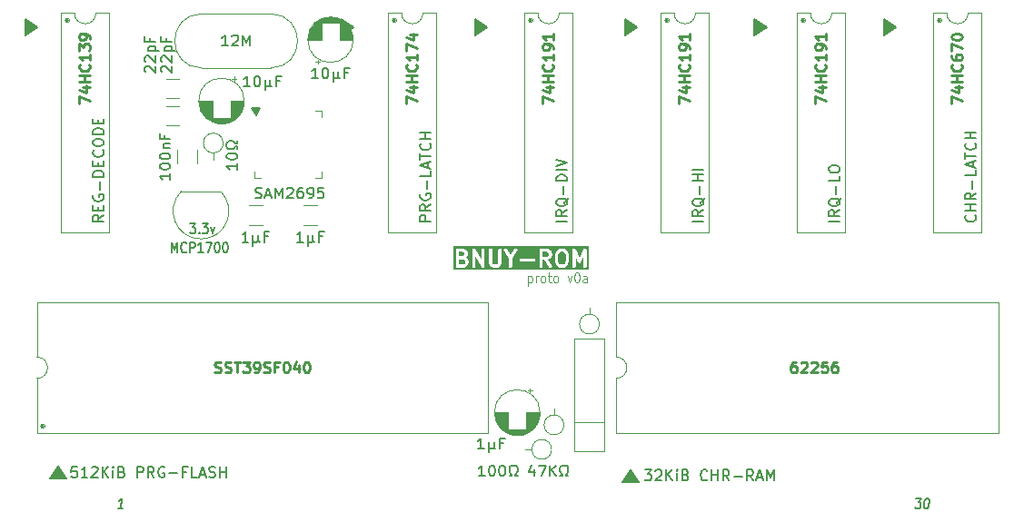
<source format=gbr>
%TF.GenerationSoftware,KiCad,Pcbnew,7.0.10*%
%TF.CreationDate,2024-03-07T11:58:06+00:00*%
%TF.ProjectId,v0a,7630612e-6b69-4636-9164-5f7063625858,rev?*%
%TF.SameCoordinates,Original*%
%TF.FileFunction,Legend,Top*%
%TF.FilePolarity,Positive*%
%FSLAX46Y46*%
G04 Gerber Fmt 4.6, Leading zero omitted, Abs format (unit mm)*
G04 Created by KiCad (PCBNEW 7.0.10) date 2024-03-07 11:58:06*
%MOMM*%
%LPD*%
G01*
G04 APERTURE LIST*
%ADD10C,0.150000*%
%ADD11C,0.100000*%
%ADD12C,0.300000*%
%ADD13C,0.160000*%
%ADD14C,0.250000*%
%ADD15C,0.200000*%
%ADD16C,0.120000*%
G04 APERTURE END LIST*
D10*
X32512000Y-78943651D02*
X30988000Y-78943651D01*
X31750000Y-77800651D01*
X32512000Y-78943651D01*
G36*
X32512000Y-78943651D02*
G01*
X30988000Y-78943651D01*
X31750000Y-77800651D01*
X32512000Y-78943651D01*
G37*
X109855000Y-36830000D02*
X108712000Y-37592000D01*
X108712000Y-36068000D01*
X109855000Y-36830000D01*
G36*
X109855000Y-36830000D02*
G01*
X108712000Y-37592000D01*
X108712000Y-36068000D01*
X109855000Y-36830000D01*
G37*
X85852000Y-79248000D02*
X84328000Y-79248000D01*
X85090000Y-78105000D01*
X85852000Y-79248000D01*
G36*
X85852000Y-79248000D02*
G01*
X84328000Y-79248000D01*
X85090000Y-78105000D01*
X85852000Y-79248000D01*
G37*
X85725000Y-36830000D02*
X84582000Y-37592000D01*
X84582000Y-36068000D01*
X85725000Y-36830000D01*
G36*
X85725000Y-36830000D02*
G01*
X84582000Y-37592000D01*
X84582000Y-36068000D01*
X85725000Y-36830000D01*
G37*
X71755000Y-36830000D02*
X70612000Y-37592000D01*
X70612000Y-36068000D01*
X71755000Y-36830000D01*
G36*
X71755000Y-36830000D02*
G01*
X70612000Y-37592000D01*
X70612000Y-36068000D01*
X71755000Y-36830000D01*
G37*
X97790000Y-36830000D02*
X96647000Y-37592000D01*
X96647000Y-36068000D01*
X97790000Y-36830000D01*
G36*
X97790000Y-36830000D02*
G01*
X96647000Y-37592000D01*
X96647000Y-36068000D01*
X97790000Y-36830000D01*
G37*
X59275385Y-36816923D02*
X58132385Y-37578923D01*
X58132385Y-36054923D01*
X59275385Y-36816923D01*
G36*
X59275385Y-36816923D02*
G01*
X58132385Y-37578923D01*
X58132385Y-36054923D01*
X59275385Y-36816923D01*
G37*
X29845000Y-36830000D02*
X28702000Y-37592000D01*
X28702000Y-36068000D01*
X29845000Y-36830000D01*
G36*
X29845000Y-36830000D02*
G01*
X28702000Y-37592000D01*
X28702000Y-36068000D01*
X29845000Y-36830000D01*
G37*
X44069142Y-55080819D02*
X44564380Y-55080819D01*
X44564380Y-55080819D02*
X44297714Y-55461771D01*
X44297714Y-55461771D02*
X44411999Y-55461771D01*
X44411999Y-55461771D02*
X44488190Y-55509390D01*
X44488190Y-55509390D02*
X44526285Y-55557009D01*
X44526285Y-55557009D02*
X44564380Y-55652247D01*
X44564380Y-55652247D02*
X44564380Y-55890342D01*
X44564380Y-55890342D02*
X44526285Y-55985580D01*
X44526285Y-55985580D02*
X44488190Y-56033200D01*
X44488190Y-56033200D02*
X44411999Y-56080819D01*
X44411999Y-56080819D02*
X44183428Y-56080819D01*
X44183428Y-56080819D02*
X44107237Y-56033200D01*
X44107237Y-56033200D02*
X44069142Y-55985580D01*
X44907238Y-55985580D02*
X44945333Y-56033200D01*
X44945333Y-56033200D02*
X44907238Y-56080819D01*
X44907238Y-56080819D02*
X44869142Y-56033200D01*
X44869142Y-56033200D02*
X44907238Y-55985580D01*
X44907238Y-55985580D02*
X44907238Y-56080819D01*
X45211999Y-55080819D02*
X45707237Y-55080819D01*
X45707237Y-55080819D02*
X45440571Y-55461771D01*
X45440571Y-55461771D02*
X45554856Y-55461771D01*
X45554856Y-55461771D02*
X45631047Y-55509390D01*
X45631047Y-55509390D02*
X45669142Y-55557009D01*
X45669142Y-55557009D02*
X45707237Y-55652247D01*
X45707237Y-55652247D02*
X45707237Y-55890342D01*
X45707237Y-55890342D02*
X45669142Y-55985580D01*
X45669142Y-55985580D02*
X45631047Y-56033200D01*
X45631047Y-56033200D02*
X45554856Y-56080819D01*
X45554856Y-56080819D02*
X45326285Y-56080819D01*
X45326285Y-56080819D02*
X45250094Y-56033200D01*
X45250094Y-56033200D02*
X45211999Y-55985580D01*
X45973904Y-55414152D02*
X46164380Y-56080819D01*
X46164380Y-56080819D02*
X46354857Y-55414152D01*
X37814619Y-81734819D02*
X37357476Y-81734819D01*
X37586048Y-81734819D02*
X37711048Y-80734819D01*
X37711048Y-80734819D02*
X37617000Y-80877676D01*
X37617000Y-80877676D02*
X37528905Y-80972914D01*
X37528905Y-80972914D02*
X37446762Y-81020533D01*
D11*
X75576113Y-59988752D02*
X75576113Y-60988752D01*
X75576113Y-60036371D02*
X75652303Y-59988752D01*
X75652303Y-59988752D02*
X75804684Y-59988752D01*
X75804684Y-59988752D02*
X75880875Y-60036371D01*
X75880875Y-60036371D02*
X75918970Y-60083990D01*
X75918970Y-60083990D02*
X75957065Y-60179228D01*
X75957065Y-60179228D02*
X75957065Y-60464942D01*
X75957065Y-60464942D02*
X75918970Y-60560180D01*
X75918970Y-60560180D02*
X75880875Y-60607800D01*
X75880875Y-60607800D02*
X75804684Y-60655419D01*
X75804684Y-60655419D02*
X75652303Y-60655419D01*
X75652303Y-60655419D02*
X75576113Y-60607800D01*
X76299923Y-60655419D02*
X76299923Y-59988752D01*
X76299923Y-60179228D02*
X76338018Y-60083990D01*
X76338018Y-60083990D02*
X76376113Y-60036371D01*
X76376113Y-60036371D02*
X76452304Y-59988752D01*
X76452304Y-59988752D02*
X76528494Y-59988752D01*
X76909446Y-60655419D02*
X76833256Y-60607800D01*
X76833256Y-60607800D02*
X76795161Y-60560180D01*
X76795161Y-60560180D02*
X76757065Y-60464942D01*
X76757065Y-60464942D02*
X76757065Y-60179228D01*
X76757065Y-60179228D02*
X76795161Y-60083990D01*
X76795161Y-60083990D02*
X76833256Y-60036371D01*
X76833256Y-60036371D02*
X76909446Y-59988752D01*
X76909446Y-59988752D02*
X77023732Y-59988752D01*
X77023732Y-59988752D02*
X77099923Y-60036371D01*
X77099923Y-60036371D02*
X77138018Y-60083990D01*
X77138018Y-60083990D02*
X77176113Y-60179228D01*
X77176113Y-60179228D02*
X77176113Y-60464942D01*
X77176113Y-60464942D02*
X77138018Y-60560180D01*
X77138018Y-60560180D02*
X77099923Y-60607800D01*
X77099923Y-60607800D02*
X77023732Y-60655419D01*
X77023732Y-60655419D02*
X76909446Y-60655419D01*
X77404685Y-59988752D02*
X77709447Y-59988752D01*
X77518971Y-59655419D02*
X77518971Y-60512561D01*
X77518971Y-60512561D02*
X77557066Y-60607800D01*
X77557066Y-60607800D02*
X77633256Y-60655419D01*
X77633256Y-60655419D02*
X77709447Y-60655419D01*
X78090399Y-60655419D02*
X78014209Y-60607800D01*
X78014209Y-60607800D02*
X77976114Y-60560180D01*
X77976114Y-60560180D02*
X77938018Y-60464942D01*
X77938018Y-60464942D02*
X77938018Y-60179228D01*
X77938018Y-60179228D02*
X77976114Y-60083990D01*
X77976114Y-60083990D02*
X78014209Y-60036371D01*
X78014209Y-60036371D02*
X78090399Y-59988752D01*
X78090399Y-59988752D02*
X78204685Y-59988752D01*
X78204685Y-59988752D02*
X78280876Y-60036371D01*
X78280876Y-60036371D02*
X78318971Y-60083990D01*
X78318971Y-60083990D02*
X78357066Y-60179228D01*
X78357066Y-60179228D02*
X78357066Y-60464942D01*
X78357066Y-60464942D02*
X78318971Y-60560180D01*
X78318971Y-60560180D02*
X78280876Y-60607800D01*
X78280876Y-60607800D02*
X78204685Y-60655419D01*
X78204685Y-60655419D02*
X78090399Y-60655419D01*
X79233257Y-59988752D02*
X79423733Y-60655419D01*
X79423733Y-60655419D02*
X79614210Y-59988752D01*
X80071353Y-59655419D02*
X80147543Y-59655419D01*
X80147543Y-59655419D02*
X80223734Y-59703038D01*
X80223734Y-59703038D02*
X80261829Y-59750657D01*
X80261829Y-59750657D02*
X80299924Y-59845895D01*
X80299924Y-59845895D02*
X80338019Y-60036371D01*
X80338019Y-60036371D02*
X80338019Y-60274466D01*
X80338019Y-60274466D02*
X80299924Y-60464942D01*
X80299924Y-60464942D02*
X80261829Y-60560180D01*
X80261829Y-60560180D02*
X80223734Y-60607800D01*
X80223734Y-60607800D02*
X80147543Y-60655419D01*
X80147543Y-60655419D02*
X80071353Y-60655419D01*
X80071353Y-60655419D02*
X79995162Y-60607800D01*
X79995162Y-60607800D02*
X79957067Y-60560180D01*
X79957067Y-60560180D02*
X79918972Y-60464942D01*
X79918972Y-60464942D02*
X79880876Y-60274466D01*
X79880876Y-60274466D02*
X79880876Y-60036371D01*
X79880876Y-60036371D02*
X79918972Y-59845895D01*
X79918972Y-59845895D02*
X79957067Y-59750657D01*
X79957067Y-59750657D02*
X79995162Y-59703038D01*
X79995162Y-59703038D02*
X80071353Y-59655419D01*
X81023734Y-60655419D02*
X81023734Y-60131609D01*
X81023734Y-60131609D02*
X80985639Y-60036371D01*
X80985639Y-60036371D02*
X80909448Y-59988752D01*
X80909448Y-59988752D02*
X80757067Y-59988752D01*
X80757067Y-59988752D02*
X80680877Y-60036371D01*
X81023734Y-60607800D02*
X80947543Y-60655419D01*
X80947543Y-60655419D02*
X80757067Y-60655419D01*
X80757067Y-60655419D02*
X80680877Y-60607800D01*
X80680877Y-60607800D02*
X80642781Y-60512561D01*
X80642781Y-60512561D02*
X80642781Y-60417323D01*
X80642781Y-60417323D02*
X80680877Y-60322085D01*
X80680877Y-60322085D02*
X80757067Y-60274466D01*
X80757067Y-60274466D02*
X80947543Y-60274466D01*
X80947543Y-60274466D02*
X81023734Y-60226847D01*
D10*
X79194819Y-54908220D02*
X78194819Y-54908220D01*
X79194819Y-53860602D02*
X78718628Y-54193935D01*
X79194819Y-54432030D02*
X78194819Y-54432030D01*
X78194819Y-54432030D02*
X78194819Y-54051078D01*
X78194819Y-54051078D02*
X78242438Y-53955840D01*
X78242438Y-53955840D02*
X78290057Y-53908221D01*
X78290057Y-53908221D02*
X78385295Y-53860602D01*
X78385295Y-53860602D02*
X78528152Y-53860602D01*
X78528152Y-53860602D02*
X78623390Y-53908221D01*
X78623390Y-53908221D02*
X78671009Y-53955840D01*
X78671009Y-53955840D02*
X78718628Y-54051078D01*
X78718628Y-54051078D02*
X78718628Y-54432030D01*
X79290057Y-52765364D02*
X79242438Y-52860602D01*
X79242438Y-52860602D02*
X79147200Y-52955840D01*
X79147200Y-52955840D02*
X79004342Y-53098697D01*
X79004342Y-53098697D02*
X78956723Y-53193935D01*
X78956723Y-53193935D02*
X78956723Y-53289173D01*
X79194819Y-53241554D02*
X79147200Y-53336792D01*
X79147200Y-53336792D02*
X79051961Y-53432030D01*
X79051961Y-53432030D02*
X78861485Y-53479649D01*
X78861485Y-53479649D02*
X78528152Y-53479649D01*
X78528152Y-53479649D02*
X78337676Y-53432030D01*
X78337676Y-53432030D02*
X78242438Y-53336792D01*
X78242438Y-53336792D02*
X78194819Y-53241554D01*
X78194819Y-53241554D02*
X78194819Y-53051078D01*
X78194819Y-53051078D02*
X78242438Y-52955840D01*
X78242438Y-52955840D02*
X78337676Y-52860602D01*
X78337676Y-52860602D02*
X78528152Y-52812983D01*
X78528152Y-52812983D02*
X78861485Y-52812983D01*
X78861485Y-52812983D02*
X79051961Y-52860602D01*
X79051961Y-52860602D02*
X79147200Y-52955840D01*
X79147200Y-52955840D02*
X79194819Y-53051078D01*
X79194819Y-53051078D02*
X79194819Y-53241554D01*
X78813866Y-52384411D02*
X78813866Y-51622507D01*
X79194819Y-51146316D02*
X78194819Y-51146316D01*
X78194819Y-51146316D02*
X78194819Y-50908221D01*
X78194819Y-50908221D02*
X78242438Y-50765364D01*
X78242438Y-50765364D02*
X78337676Y-50670126D01*
X78337676Y-50670126D02*
X78432914Y-50622507D01*
X78432914Y-50622507D02*
X78623390Y-50574888D01*
X78623390Y-50574888D02*
X78766247Y-50574888D01*
X78766247Y-50574888D02*
X78956723Y-50622507D01*
X78956723Y-50622507D02*
X79051961Y-50670126D01*
X79051961Y-50670126D02*
X79147200Y-50765364D01*
X79147200Y-50765364D02*
X79194819Y-50908221D01*
X79194819Y-50908221D02*
X79194819Y-51146316D01*
X79194819Y-50146316D02*
X78194819Y-50146316D01*
X78194819Y-49812983D02*
X79194819Y-49479650D01*
X79194819Y-49479650D02*
X78194819Y-49146317D01*
X91894819Y-54908220D02*
X90894819Y-54908220D01*
X91894819Y-53860602D02*
X91418628Y-54193935D01*
X91894819Y-54432030D02*
X90894819Y-54432030D01*
X90894819Y-54432030D02*
X90894819Y-54051078D01*
X90894819Y-54051078D02*
X90942438Y-53955840D01*
X90942438Y-53955840D02*
X90990057Y-53908221D01*
X90990057Y-53908221D02*
X91085295Y-53860602D01*
X91085295Y-53860602D02*
X91228152Y-53860602D01*
X91228152Y-53860602D02*
X91323390Y-53908221D01*
X91323390Y-53908221D02*
X91371009Y-53955840D01*
X91371009Y-53955840D02*
X91418628Y-54051078D01*
X91418628Y-54051078D02*
X91418628Y-54432030D01*
X91990057Y-52765364D02*
X91942438Y-52860602D01*
X91942438Y-52860602D02*
X91847200Y-52955840D01*
X91847200Y-52955840D02*
X91704342Y-53098697D01*
X91704342Y-53098697D02*
X91656723Y-53193935D01*
X91656723Y-53193935D02*
X91656723Y-53289173D01*
X91894819Y-53241554D02*
X91847200Y-53336792D01*
X91847200Y-53336792D02*
X91751961Y-53432030D01*
X91751961Y-53432030D02*
X91561485Y-53479649D01*
X91561485Y-53479649D02*
X91228152Y-53479649D01*
X91228152Y-53479649D02*
X91037676Y-53432030D01*
X91037676Y-53432030D02*
X90942438Y-53336792D01*
X90942438Y-53336792D02*
X90894819Y-53241554D01*
X90894819Y-53241554D02*
X90894819Y-53051078D01*
X90894819Y-53051078D02*
X90942438Y-52955840D01*
X90942438Y-52955840D02*
X91037676Y-52860602D01*
X91037676Y-52860602D02*
X91228152Y-52812983D01*
X91228152Y-52812983D02*
X91561485Y-52812983D01*
X91561485Y-52812983D02*
X91751961Y-52860602D01*
X91751961Y-52860602D02*
X91847200Y-52955840D01*
X91847200Y-52955840D02*
X91894819Y-53051078D01*
X91894819Y-53051078D02*
X91894819Y-53241554D01*
X91513866Y-52384411D02*
X91513866Y-51622507D01*
X91894819Y-51146316D02*
X90894819Y-51146316D01*
X91371009Y-51146316D02*
X91371009Y-50574888D01*
X91894819Y-50574888D02*
X90894819Y-50574888D01*
X91894819Y-50098697D02*
X90894819Y-50098697D01*
X104594819Y-54908220D02*
X103594819Y-54908220D01*
X104594819Y-53860602D02*
X104118628Y-54193935D01*
X104594819Y-54432030D02*
X103594819Y-54432030D01*
X103594819Y-54432030D02*
X103594819Y-54051078D01*
X103594819Y-54051078D02*
X103642438Y-53955840D01*
X103642438Y-53955840D02*
X103690057Y-53908221D01*
X103690057Y-53908221D02*
X103785295Y-53860602D01*
X103785295Y-53860602D02*
X103928152Y-53860602D01*
X103928152Y-53860602D02*
X104023390Y-53908221D01*
X104023390Y-53908221D02*
X104071009Y-53955840D01*
X104071009Y-53955840D02*
X104118628Y-54051078D01*
X104118628Y-54051078D02*
X104118628Y-54432030D01*
X104690057Y-52765364D02*
X104642438Y-52860602D01*
X104642438Y-52860602D02*
X104547200Y-52955840D01*
X104547200Y-52955840D02*
X104404342Y-53098697D01*
X104404342Y-53098697D02*
X104356723Y-53193935D01*
X104356723Y-53193935D02*
X104356723Y-53289173D01*
X104594819Y-53241554D02*
X104547200Y-53336792D01*
X104547200Y-53336792D02*
X104451961Y-53432030D01*
X104451961Y-53432030D02*
X104261485Y-53479649D01*
X104261485Y-53479649D02*
X103928152Y-53479649D01*
X103928152Y-53479649D02*
X103737676Y-53432030D01*
X103737676Y-53432030D02*
X103642438Y-53336792D01*
X103642438Y-53336792D02*
X103594819Y-53241554D01*
X103594819Y-53241554D02*
X103594819Y-53051078D01*
X103594819Y-53051078D02*
X103642438Y-52955840D01*
X103642438Y-52955840D02*
X103737676Y-52860602D01*
X103737676Y-52860602D02*
X103928152Y-52812983D01*
X103928152Y-52812983D02*
X104261485Y-52812983D01*
X104261485Y-52812983D02*
X104451961Y-52860602D01*
X104451961Y-52860602D02*
X104547200Y-52955840D01*
X104547200Y-52955840D02*
X104594819Y-53051078D01*
X104594819Y-53051078D02*
X104594819Y-53241554D01*
X104213866Y-52384411D02*
X104213866Y-51622507D01*
X104594819Y-50670126D02*
X104594819Y-51146316D01*
X104594819Y-51146316D02*
X103594819Y-51146316D01*
X103594819Y-50146316D02*
X103594819Y-49955840D01*
X103594819Y-49955840D02*
X103642438Y-49860602D01*
X103642438Y-49860602D02*
X103737676Y-49765364D01*
X103737676Y-49765364D02*
X103928152Y-49717745D01*
X103928152Y-49717745D02*
X104261485Y-49717745D01*
X104261485Y-49717745D02*
X104451961Y-49765364D01*
X104451961Y-49765364D02*
X104547200Y-49860602D01*
X104547200Y-49860602D02*
X104594819Y-49955840D01*
X104594819Y-49955840D02*
X104594819Y-50146316D01*
X104594819Y-50146316D02*
X104547200Y-50241554D01*
X104547200Y-50241554D02*
X104451961Y-50336792D01*
X104451961Y-50336792D02*
X104261485Y-50384411D01*
X104261485Y-50384411D02*
X103928152Y-50384411D01*
X103928152Y-50384411D02*
X103737676Y-50336792D01*
X103737676Y-50336792D02*
X103642438Y-50241554D01*
X103642438Y-50241554D02*
X103594819Y-50146316D01*
X66494819Y-54908220D02*
X65494819Y-54908220D01*
X65494819Y-54908220D02*
X65494819Y-54527268D01*
X65494819Y-54527268D02*
X65542438Y-54432030D01*
X65542438Y-54432030D02*
X65590057Y-54384411D01*
X65590057Y-54384411D02*
X65685295Y-54336792D01*
X65685295Y-54336792D02*
X65828152Y-54336792D01*
X65828152Y-54336792D02*
X65923390Y-54384411D01*
X65923390Y-54384411D02*
X65971009Y-54432030D01*
X65971009Y-54432030D02*
X66018628Y-54527268D01*
X66018628Y-54527268D02*
X66018628Y-54908220D01*
X66494819Y-53336792D02*
X66018628Y-53670125D01*
X66494819Y-53908220D02*
X65494819Y-53908220D01*
X65494819Y-53908220D02*
X65494819Y-53527268D01*
X65494819Y-53527268D02*
X65542438Y-53432030D01*
X65542438Y-53432030D02*
X65590057Y-53384411D01*
X65590057Y-53384411D02*
X65685295Y-53336792D01*
X65685295Y-53336792D02*
X65828152Y-53336792D01*
X65828152Y-53336792D02*
X65923390Y-53384411D01*
X65923390Y-53384411D02*
X65971009Y-53432030D01*
X65971009Y-53432030D02*
X66018628Y-53527268D01*
X66018628Y-53527268D02*
X66018628Y-53908220D01*
X65542438Y-52384411D02*
X65494819Y-52479649D01*
X65494819Y-52479649D02*
X65494819Y-52622506D01*
X65494819Y-52622506D02*
X65542438Y-52765363D01*
X65542438Y-52765363D02*
X65637676Y-52860601D01*
X65637676Y-52860601D02*
X65732914Y-52908220D01*
X65732914Y-52908220D02*
X65923390Y-52955839D01*
X65923390Y-52955839D02*
X66066247Y-52955839D01*
X66066247Y-52955839D02*
X66256723Y-52908220D01*
X66256723Y-52908220D02*
X66351961Y-52860601D01*
X66351961Y-52860601D02*
X66447200Y-52765363D01*
X66447200Y-52765363D02*
X66494819Y-52622506D01*
X66494819Y-52622506D02*
X66494819Y-52527268D01*
X66494819Y-52527268D02*
X66447200Y-52384411D01*
X66447200Y-52384411D02*
X66399580Y-52336792D01*
X66399580Y-52336792D02*
X66066247Y-52336792D01*
X66066247Y-52336792D02*
X66066247Y-52527268D01*
X66113866Y-51908220D02*
X66113866Y-51146316D01*
X66494819Y-50193935D02*
X66494819Y-50670125D01*
X66494819Y-50670125D02*
X65494819Y-50670125D01*
X66209104Y-49908220D02*
X66209104Y-49432030D01*
X66494819Y-50003458D02*
X65494819Y-49670125D01*
X65494819Y-49670125D02*
X66494819Y-49336792D01*
X65494819Y-49146315D02*
X65494819Y-48574887D01*
X66494819Y-48860601D02*
X65494819Y-48860601D01*
X66399580Y-47670125D02*
X66447200Y-47717744D01*
X66447200Y-47717744D02*
X66494819Y-47860601D01*
X66494819Y-47860601D02*
X66494819Y-47955839D01*
X66494819Y-47955839D02*
X66447200Y-48098696D01*
X66447200Y-48098696D02*
X66351961Y-48193934D01*
X66351961Y-48193934D02*
X66256723Y-48241553D01*
X66256723Y-48241553D02*
X66066247Y-48289172D01*
X66066247Y-48289172D02*
X65923390Y-48289172D01*
X65923390Y-48289172D02*
X65732914Y-48241553D01*
X65732914Y-48241553D02*
X65637676Y-48193934D01*
X65637676Y-48193934D02*
X65542438Y-48098696D01*
X65542438Y-48098696D02*
X65494819Y-47955839D01*
X65494819Y-47955839D02*
X65494819Y-47860601D01*
X65494819Y-47860601D02*
X65542438Y-47717744D01*
X65542438Y-47717744D02*
X65590057Y-47670125D01*
X66494819Y-47241553D02*
X65494819Y-47241553D01*
X65971009Y-47241553D02*
X65971009Y-46670125D01*
X66494819Y-46670125D02*
X65494819Y-46670125D01*
X111739428Y-80734819D02*
X112234666Y-80734819D01*
X112234666Y-80734819D02*
X111920380Y-81115771D01*
X111920380Y-81115771D02*
X112034666Y-81115771D01*
X112034666Y-81115771D02*
X112104904Y-81163390D01*
X112104904Y-81163390D02*
X112137047Y-81211009D01*
X112137047Y-81211009D02*
X112163237Y-81306247D01*
X112163237Y-81306247D02*
X112133475Y-81544342D01*
X112133475Y-81544342D02*
X112083475Y-81639580D01*
X112083475Y-81639580D02*
X112039428Y-81687200D01*
X112039428Y-81687200D02*
X111957285Y-81734819D01*
X111957285Y-81734819D02*
X111728714Y-81734819D01*
X111728714Y-81734819D02*
X111658475Y-81687200D01*
X111658475Y-81687200D02*
X111626333Y-81639580D01*
X112729904Y-80734819D02*
X112806095Y-80734819D01*
X112806095Y-80734819D02*
X112876333Y-80782438D01*
X112876333Y-80782438D02*
X112908476Y-80830057D01*
X112908476Y-80830057D02*
X112934666Y-80925295D01*
X112934666Y-80925295D02*
X112948952Y-81115771D01*
X112948952Y-81115771D02*
X112919190Y-81353866D01*
X112919190Y-81353866D02*
X112857285Y-81544342D01*
X112857285Y-81544342D02*
X112807285Y-81639580D01*
X112807285Y-81639580D02*
X112763238Y-81687200D01*
X112763238Y-81687200D02*
X112681095Y-81734819D01*
X112681095Y-81734819D02*
X112604904Y-81734819D01*
X112604904Y-81734819D02*
X112534666Y-81687200D01*
X112534666Y-81687200D02*
X112502523Y-81639580D01*
X112502523Y-81639580D02*
X112476333Y-81544342D01*
X112476333Y-81544342D02*
X112462047Y-81353866D01*
X112462047Y-81353866D02*
X112491809Y-81115771D01*
X112491809Y-81115771D02*
X112553714Y-80925295D01*
X112553714Y-80925295D02*
X112603714Y-80830057D01*
X112603714Y-80830057D02*
X112647761Y-80782438D01*
X112647761Y-80782438D02*
X112729904Y-80734819D01*
X33512969Y-77813470D02*
X33036779Y-77813470D01*
X33036779Y-77813470D02*
X32989160Y-78289660D01*
X32989160Y-78289660D02*
X33036779Y-78242041D01*
X33036779Y-78242041D02*
X33132017Y-78194422D01*
X33132017Y-78194422D02*
X33370112Y-78194422D01*
X33370112Y-78194422D02*
X33465350Y-78242041D01*
X33465350Y-78242041D02*
X33512969Y-78289660D01*
X33512969Y-78289660D02*
X33560588Y-78384898D01*
X33560588Y-78384898D02*
X33560588Y-78622993D01*
X33560588Y-78622993D02*
X33512969Y-78718231D01*
X33512969Y-78718231D02*
X33465350Y-78765851D01*
X33465350Y-78765851D02*
X33370112Y-78813470D01*
X33370112Y-78813470D02*
X33132017Y-78813470D01*
X33132017Y-78813470D02*
X33036779Y-78765851D01*
X33036779Y-78765851D02*
X32989160Y-78718231D01*
X34512969Y-78813470D02*
X33941541Y-78813470D01*
X34227255Y-78813470D02*
X34227255Y-77813470D01*
X34227255Y-77813470D02*
X34132017Y-77956327D01*
X34132017Y-77956327D02*
X34036779Y-78051565D01*
X34036779Y-78051565D02*
X33941541Y-78099184D01*
X34893922Y-77908708D02*
X34941541Y-77861089D01*
X34941541Y-77861089D02*
X35036779Y-77813470D01*
X35036779Y-77813470D02*
X35274874Y-77813470D01*
X35274874Y-77813470D02*
X35370112Y-77861089D01*
X35370112Y-77861089D02*
X35417731Y-77908708D01*
X35417731Y-77908708D02*
X35465350Y-78003946D01*
X35465350Y-78003946D02*
X35465350Y-78099184D01*
X35465350Y-78099184D02*
X35417731Y-78242041D01*
X35417731Y-78242041D02*
X34846303Y-78813470D01*
X34846303Y-78813470D02*
X35465350Y-78813470D01*
X35893922Y-78813470D02*
X35893922Y-77813470D01*
X36465350Y-78813470D02*
X36036779Y-78242041D01*
X36465350Y-77813470D02*
X35893922Y-78384898D01*
X36893922Y-78813470D02*
X36893922Y-78146803D01*
X36893922Y-77813470D02*
X36846303Y-77861089D01*
X36846303Y-77861089D02*
X36893922Y-77908708D01*
X36893922Y-77908708D02*
X36941541Y-77861089D01*
X36941541Y-77861089D02*
X36893922Y-77813470D01*
X36893922Y-77813470D02*
X36893922Y-77908708D01*
X37703445Y-78289660D02*
X37846302Y-78337279D01*
X37846302Y-78337279D02*
X37893921Y-78384898D01*
X37893921Y-78384898D02*
X37941540Y-78480136D01*
X37941540Y-78480136D02*
X37941540Y-78622993D01*
X37941540Y-78622993D02*
X37893921Y-78718231D01*
X37893921Y-78718231D02*
X37846302Y-78765851D01*
X37846302Y-78765851D02*
X37751064Y-78813470D01*
X37751064Y-78813470D02*
X37370112Y-78813470D01*
X37370112Y-78813470D02*
X37370112Y-77813470D01*
X37370112Y-77813470D02*
X37703445Y-77813470D01*
X37703445Y-77813470D02*
X37798683Y-77861089D01*
X37798683Y-77861089D02*
X37846302Y-77908708D01*
X37846302Y-77908708D02*
X37893921Y-78003946D01*
X37893921Y-78003946D02*
X37893921Y-78099184D01*
X37893921Y-78099184D02*
X37846302Y-78194422D01*
X37846302Y-78194422D02*
X37798683Y-78242041D01*
X37798683Y-78242041D02*
X37703445Y-78289660D01*
X37703445Y-78289660D02*
X37370112Y-78289660D01*
X39132017Y-78813470D02*
X39132017Y-77813470D01*
X39132017Y-77813470D02*
X39512969Y-77813470D01*
X39512969Y-77813470D02*
X39608207Y-77861089D01*
X39608207Y-77861089D02*
X39655826Y-77908708D01*
X39655826Y-77908708D02*
X39703445Y-78003946D01*
X39703445Y-78003946D02*
X39703445Y-78146803D01*
X39703445Y-78146803D02*
X39655826Y-78242041D01*
X39655826Y-78242041D02*
X39608207Y-78289660D01*
X39608207Y-78289660D02*
X39512969Y-78337279D01*
X39512969Y-78337279D02*
X39132017Y-78337279D01*
X40703445Y-78813470D02*
X40370112Y-78337279D01*
X40132017Y-78813470D02*
X40132017Y-77813470D01*
X40132017Y-77813470D02*
X40512969Y-77813470D01*
X40512969Y-77813470D02*
X40608207Y-77861089D01*
X40608207Y-77861089D02*
X40655826Y-77908708D01*
X40655826Y-77908708D02*
X40703445Y-78003946D01*
X40703445Y-78003946D02*
X40703445Y-78146803D01*
X40703445Y-78146803D02*
X40655826Y-78242041D01*
X40655826Y-78242041D02*
X40608207Y-78289660D01*
X40608207Y-78289660D02*
X40512969Y-78337279D01*
X40512969Y-78337279D02*
X40132017Y-78337279D01*
X41655826Y-77861089D02*
X41560588Y-77813470D01*
X41560588Y-77813470D02*
X41417731Y-77813470D01*
X41417731Y-77813470D02*
X41274874Y-77861089D01*
X41274874Y-77861089D02*
X41179636Y-77956327D01*
X41179636Y-77956327D02*
X41132017Y-78051565D01*
X41132017Y-78051565D02*
X41084398Y-78242041D01*
X41084398Y-78242041D02*
X41084398Y-78384898D01*
X41084398Y-78384898D02*
X41132017Y-78575374D01*
X41132017Y-78575374D02*
X41179636Y-78670612D01*
X41179636Y-78670612D02*
X41274874Y-78765851D01*
X41274874Y-78765851D02*
X41417731Y-78813470D01*
X41417731Y-78813470D02*
X41512969Y-78813470D01*
X41512969Y-78813470D02*
X41655826Y-78765851D01*
X41655826Y-78765851D02*
X41703445Y-78718231D01*
X41703445Y-78718231D02*
X41703445Y-78384898D01*
X41703445Y-78384898D02*
X41512969Y-78384898D01*
X42132017Y-78432517D02*
X42893922Y-78432517D01*
X43703445Y-78289660D02*
X43370112Y-78289660D01*
X43370112Y-78813470D02*
X43370112Y-77813470D01*
X43370112Y-77813470D02*
X43846302Y-77813470D01*
X44703445Y-78813470D02*
X44227255Y-78813470D01*
X44227255Y-78813470D02*
X44227255Y-77813470D01*
X44989160Y-78527755D02*
X45465350Y-78527755D01*
X44893922Y-78813470D02*
X45227255Y-77813470D01*
X45227255Y-77813470D02*
X45560588Y-78813470D01*
X45846303Y-78765851D02*
X45989160Y-78813470D01*
X45989160Y-78813470D02*
X46227255Y-78813470D01*
X46227255Y-78813470D02*
X46322493Y-78765851D01*
X46322493Y-78765851D02*
X46370112Y-78718231D01*
X46370112Y-78718231D02*
X46417731Y-78622993D01*
X46417731Y-78622993D02*
X46417731Y-78527755D01*
X46417731Y-78527755D02*
X46370112Y-78432517D01*
X46370112Y-78432517D02*
X46322493Y-78384898D01*
X46322493Y-78384898D02*
X46227255Y-78337279D01*
X46227255Y-78337279D02*
X46036779Y-78289660D01*
X46036779Y-78289660D02*
X45941541Y-78242041D01*
X45941541Y-78242041D02*
X45893922Y-78194422D01*
X45893922Y-78194422D02*
X45846303Y-78099184D01*
X45846303Y-78099184D02*
X45846303Y-78003946D01*
X45846303Y-78003946D02*
X45893922Y-77908708D01*
X45893922Y-77908708D02*
X45941541Y-77861089D01*
X45941541Y-77861089D02*
X46036779Y-77813470D01*
X46036779Y-77813470D02*
X46274874Y-77813470D01*
X46274874Y-77813470D02*
X46417731Y-77861089D01*
X46846303Y-78813470D02*
X46846303Y-77813470D01*
X46846303Y-78289660D02*
X47417731Y-78289660D01*
X47417731Y-78813470D02*
X47417731Y-77813470D01*
X36014819Y-54336792D02*
X35538628Y-54670125D01*
X36014819Y-54908220D02*
X35014819Y-54908220D01*
X35014819Y-54908220D02*
X35014819Y-54527268D01*
X35014819Y-54527268D02*
X35062438Y-54432030D01*
X35062438Y-54432030D02*
X35110057Y-54384411D01*
X35110057Y-54384411D02*
X35205295Y-54336792D01*
X35205295Y-54336792D02*
X35348152Y-54336792D01*
X35348152Y-54336792D02*
X35443390Y-54384411D01*
X35443390Y-54384411D02*
X35491009Y-54432030D01*
X35491009Y-54432030D02*
X35538628Y-54527268D01*
X35538628Y-54527268D02*
X35538628Y-54908220D01*
X35491009Y-53908220D02*
X35491009Y-53574887D01*
X36014819Y-53432030D02*
X36014819Y-53908220D01*
X36014819Y-53908220D02*
X35014819Y-53908220D01*
X35014819Y-53908220D02*
X35014819Y-53432030D01*
X35062438Y-52479649D02*
X35014819Y-52574887D01*
X35014819Y-52574887D02*
X35014819Y-52717744D01*
X35014819Y-52717744D02*
X35062438Y-52860601D01*
X35062438Y-52860601D02*
X35157676Y-52955839D01*
X35157676Y-52955839D02*
X35252914Y-53003458D01*
X35252914Y-53003458D02*
X35443390Y-53051077D01*
X35443390Y-53051077D02*
X35586247Y-53051077D01*
X35586247Y-53051077D02*
X35776723Y-53003458D01*
X35776723Y-53003458D02*
X35871961Y-52955839D01*
X35871961Y-52955839D02*
X35967200Y-52860601D01*
X35967200Y-52860601D02*
X36014819Y-52717744D01*
X36014819Y-52717744D02*
X36014819Y-52622506D01*
X36014819Y-52622506D02*
X35967200Y-52479649D01*
X35967200Y-52479649D02*
X35919580Y-52432030D01*
X35919580Y-52432030D02*
X35586247Y-52432030D01*
X35586247Y-52432030D02*
X35586247Y-52622506D01*
X35633866Y-52003458D02*
X35633866Y-51241554D01*
X36014819Y-50765363D02*
X35014819Y-50765363D01*
X35014819Y-50765363D02*
X35014819Y-50527268D01*
X35014819Y-50527268D02*
X35062438Y-50384411D01*
X35062438Y-50384411D02*
X35157676Y-50289173D01*
X35157676Y-50289173D02*
X35252914Y-50241554D01*
X35252914Y-50241554D02*
X35443390Y-50193935D01*
X35443390Y-50193935D02*
X35586247Y-50193935D01*
X35586247Y-50193935D02*
X35776723Y-50241554D01*
X35776723Y-50241554D02*
X35871961Y-50289173D01*
X35871961Y-50289173D02*
X35967200Y-50384411D01*
X35967200Y-50384411D02*
X36014819Y-50527268D01*
X36014819Y-50527268D02*
X36014819Y-50765363D01*
X35491009Y-49765363D02*
X35491009Y-49432030D01*
X36014819Y-49289173D02*
X36014819Y-49765363D01*
X36014819Y-49765363D02*
X35014819Y-49765363D01*
X35014819Y-49765363D02*
X35014819Y-49289173D01*
X35919580Y-48289173D02*
X35967200Y-48336792D01*
X35967200Y-48336792D02*
X36014819Y-48479649D01*
X36014819Y-48479649D02*
X36014819Y-48574887D01*
X36014819Y-48574887D02*
X35967200Y-48717744D01*
X35967200Y-48717744D02*
X35871961Y-48812982D01*
X35871961Y-48812982D02*
X35776723Y-48860601D01*
X35776723Y-48860601D02*
X35586247Y-48908220D01*
X35586247Y-48908220D02*
X35443390Y-48908220D01*
X35443390Y-48908220D02*
X35252914Y-48860601D01*
X35252914Y-48860601D02*
X35157676Y-48812982D01*
X35157676Y-48812982D02*
X35062438Y-48717744D01*
X35062438Y-48717744D02*
X35014819Y-48574887D01*
X35014819Y-48574887D02*
X35014819Y-48479649D01*
X35014819Y-48479649D02*
X35062438Y-48336792D01*
X35062438Y-48336792D02*
X35110057Y-48289173D01*
X35014819Y-47670125D02*
X35014819Y-47479649D01*
X35014819Y-47479649D02*
X35062438Y-47384411D01*
X35062438Y-47384411D02*
X35157676Y-47289173D01*
X35157676Y-47289173D02*
X35348152Y-47241554D01*
X35348152Y-47241554D02*
X35681485Y-47241554D01*
X35681485Y-47241554D02*
X35871961Y-47289173D01*
X35871961Y-47289173D02*
X35967200Y-47384411D01*
X35967200Y-47384411D02*
X36014819Y-47479649D01*
X36014819Y-47479649D02*
X36014819Y-47670125D01*
X36014819Y-47670125D02*
X35967200Y-47765363D01*
X35967200Y-47765363D02*
X35871961Y-47860601D01*
X35871961Y-47860601D02*
X35681485Y-47908220D01*
X35681485Y-47908220D02*
X35348152Y-47908220D01*
X35348152Y-47908220D02*
X35157676Y-47860601D01*
X35157676Y-47860601D02*
X35062438Y-47765363D01*
X35062438Y-47765363D02*
X35014819Y-47670125D01*
X36014819Y-46812982D02*
X35014819Y-46812982D01*
X35014819Y-46812982D02*
X35014819Y-46574887D01*
X35014819Y-46574887D02*
X35062438Y-46432030D01*
X35062438Y-46432030D02*
X35157676Y-46336792D01*
X35157676Y-46336792D02*
X35252914Y-46289173D01*
X35252914Y-46289173D02*
X35443390Y-46241554D01*
X35443390Y-46241554D02*
X35586247Y-46241554D01*
X35586247Y-46241554D02*
X35776723Y-46289173D01*
X35776723Y-46289173D02*
X35871961Y-46336792D01*
X35871961Y-46336792D02*
X35967200Y-46432030D01*
X35967200Y-46432030D02*
X36014819Y-46574887D01*
X36014819Y-46574887D02*
X36014819Y-46812982D01*
X35491009Y-45812982D02*
X35491009Y-45479649D01*
X36014819Y-45336792D02*
X36014819Y-45812982D01*
X36014819Y-45812982D02*
X35014819Y-45812982D01*
X35014819Y-45812982D02*
X35014819Y-45336792D01*
D12*
G36*
X69634686Y-58515147D02*
G01*
X69663863Y-58544324D01*
X69708570Y-58633737D01*
X69708570Y-58777204D01*
X69663863Y-58866617D01*
X69626858Y-58903622D01*
X69537446Y-58948328D01*
X69151427Y-58948328D01*
X69151427Y-58462614D01*
X69477084Y-58462614D01*
X69634686Y-58515147D01*
G37*
G36*
X69555431Y-57793035D02*
G01*
X69592435Y-57830039D01*
X69637142Y-57919452D01*
X69637142Y-57991489D01*
X69592435Y-58080902D01*
X69555431Y-58117907D01*
X69466017Y-58162614D01*
X69151427Y-58162614D01*
X69151427Y-57748328D01*
X69466017Y-57748328D01*
X69555431Y-57793035D01*
G37*
G36*
X77412575Y-57793035D02*
G01*
X77449579Y-57830039D01*
X77494285Y-57919451D01*
X77494285Y-58062918D01*
X77449578Y-58152331D01*
X77412573Y-58189336D01*
X77323161Y-58234042D01*
X76937142Y-58234042D01*
X76937142Y-57748328D01*
X77323161Y-57748328D01*
X77412575Y-57793035D01*
G37*
G36*
X78912574Y-57793035D02*
G01*
X79008840Y-57889301D01*
X79065714Y-58116792D01*
X79065714Y-58579863D01*
X79008840Y-58807354D01*
X78912573Y-58903622D01*
X78823161Y-58948328D01*
X78608267Y-58948328D01*
X78518853Y-58903621D01*
X78422586Y-58807354D01*
X78365714Y-58579864D01*
X78365714Y-58116791D01*
X78422586Y-57889302D01*
X78518853Y-57793034D01*
X78608267Y-57748328D01*
X78823161Y-57748328D01*
X78912574Y-57793035D01*
G37*
G36*
X81222857Y-59462614D02*
G01*
X68637141Y-59462614D01*
X68637141Y-59098328D01*
X68851427Y-59098328D01*
X68871523Y-59173328D01*
X68926427Y-59228232D01*
X69001427Y-59248328D01*
X69572856Y-59248328D01*
X69606159Y-59239404D01*
X69639938Y-59232492D01*
X69782795Y-59161064D01*
X69800864Y-59145040D01*
X69821779Y-59132966D01*
X69856417Y-59098328D01*
X70351427Y-59098328D01*
X70371523Y-59173328D01*
X70426427Y-59228232D01*
X70501427Y-59248328D01*
X70576427Y-59228232D01*
X70631331Y-59173328D01*
X70651427Y-59098328D01*
X70651427Y-58163161D01*
X71228334Y-59172749D01*
X71228576Y-59172993D01*
X71228666Y-59173328D01*
X71255886Y-59200548D01*
X71282992Y-59227897D01*
X71283326Y-59227988D01*
X71283570Y-59228232D01*
X71320670Y-59238172D01*
X71357902Y-59248327D01*
X71358237Y-59248238D01*
X71358570Y-59248328D01*
X71395669Y-59238387D01*
X71432991Y-59228565D01*
X71433236Y-59228321D01*
X71433570Y-59228232D01*
X71460734Y-59201067D01*
X71488139Y-59173906D01*
X71488230Y-59173571D01*
X71488474Y-59173328D01*
X71498414Y-59136227D01*
X71508569Y-59098996D01*
X71508480Y-59098660D01*
X71508570Y-59098328D01*
X71508570Y-58812614D01*
X71922856Y-58812614D01*
X71931779Y-58845915D01*
X71938692Y-58879696D01*
X72010121Y-59022553D01*
X72026143Y-59040621D01*
X72038219Y-59061537D01*
X72109648Y-59132966D01*
X72130562Y-59145040D01*
X72148632Y-59161064D01*
X72291490Y-59232492D01*
X72325265Y-59239403D01*
X72358571Y-59248328D01*
X72644285Y-59248328D01*
X72677588Y-59239404D01*
X72711367Y-59232492D01*
X72854224Y-59161064D01*
X72872293Y-59145040D01*
X72893208Y-59132966D01*
X72964637Y-59061537D01*
X72976711Y-59040622D01*
X72992735Y-59022553D01*
X73064163Y-58879695D01*
X73071074Y-58845919D01*
X73079999Y-58812614D01*
X73079999Y-57604796D01*
X73280139Y-57604796D01*
X73303451Y-57678859D01*
X73780000Y-58427721D01*
X73780000Y-59098328D01*
X73800096Y-59173328D01*
X73855000Y-59228232D01*
X73930000Y-59248328D01*
X74005000Y-59228232D01*
X74059904Y-59173328D01*
X74080000Y-59098328D01*
X76637142Y-59098328D01*
X76657238Y-59173328D01*
X76712142Y-59228232D01*
X76787142Y-59248328D01*
X76862142Y-59228232D01*
X76917046Y-59173328D01*
X76937142Y-59098328D01*
X76937142Y-58534042D01*
X77066187Y-58534042D01*
X77521400Y-59184347D01*
X77580873Y-59234265D01*
X77657338Y-59247759D01*
X77730304Y-59221213D01*
X77780222Y-59161740D01*
X77793716Y-59085275D01*
X77767170Y-59012309D01*
X77477383Y-58598328D01*
X78065714Y-58598328D01*
X78070504Y-58616205D01*
X78070193Y-58634708D01*
X78141621Y-58920422D01*
X78142253Y-58921560D01*
X78142253Y-58922865D01*
X78161065Y-58955448D01*
X78179307Y-58988309D01*
X78180424Y-58988979D01*
X78181076Y-58990108D01*
X78323934Y-59132966D01*
X78344848Y-59145040D01*
X78362918Y-59161064D01*
X78505776Y-59232492D01*
X78539551Y-59239403D01*
X78572857Y-59248328D01*
X78858571Y-59248328D01*
X78891874Y-59239404D01*
X78925653Y-59232492D01*
X79068510Y-59161064D01*
X79086579Y-59145040D01*
X79107494Y-59132966D01*
X79142132Y-59098328D01*
X79708571Y-59098328D01*
X79728667Y-59173328D01*
X79783571Y-59228232D01*
X79858571Y-59248328D01*
X79933571Y-59228232D01*
X79988475Y-59173328D01*
X80008571Y-59098328D01*
X80008571Y-58274461D01*
X80222644Y-58733190D01*
X80231151Y-58743322D01*
X80235673Y-58755757D01*
X80255728Y-58772595D01*
X80272571Y-58792656D01*
X80285007Y-58797178D01*
X80295138Y-58805684D01*
X80320922Y-58810238D01*
X80345542Y-58819191D01*
X80358573Y-58816889D01*
X80371600Y-58819190D01*
X80396208Y-58810241D01*
X80422004Y-58805685D01*
X80432138Y-58797175D01*
X80444571Y-58792655D01*
X80461408Y-58772600D01*
X80481469Y-58755758D01*
X80485991Y-58743321D01*
X80494498Y-58733190D01*
X80708571Y-58274462D01*
X80708571Y-59098328D01*
X80728667Y-59173328D01*
X80783571Y-59228232D01*
X80858571Y-59248328D01*
X80933571Y-59228232D01*
X80988475Y-59173328D01*
X81008571Y-59098328D01*
X81008571Y-57598328D01*
X81006842Y-57591875D01*
X81008004Y-57585298D01*
X80996891Y-57554737D01*
X80988475Y-57523328D01*
X80983751Y-57518604D01*
X80981469Y-57512327D01*
X80956562Y-57491415D01*
X80933571Y-57468424D01*
X80927120Y-57466695D01*
X80922004Y-57462400D01*
X80889973Y-57456742D01*
X80858571Y-57448328D01*
X80852121Y-57450056D01*
X80845542Y-57448894D01*
X80814974Y-57460009D01*
X80783571Y-57468424D01*
X80778848Y-57473146D01*
X80772571Y-57475429D01*
X80751661Y-57500333D01*
X80728667Y-57523328D01*
X80726938Y-57529780D01*
X80722644Y-57534895D01*
X80358571Y-58315051D01*
X79994498Y-57534895D01*
X79990203Y-57529780D01*
X79988475Y-57523328D01*
X79965477Y-57500330D01*
X79944571Y-57475430D01*
X79938294Y-57473147D01*
X79933571Y-57468424D01*
X79902157Y-57460006D01*
X79871600Y-57448895D01*
X79865022Y-57450056D01*
X79858571Y-57448328D01*
X79827157Y-57456745D01*
X79795138Y-57462401D01*
X79790023Y-57466695D01*
X79783571Y-57468424D01*
X79760573Y-57491421D01*
X79735673Y-57512328D01*
X79733390Y-57518604D01*
X79728667Y-57523328D01*
X79720249Y-57554741D01*
X79709138Y-57585299D01*
X79710299Y-57591876D01*
X79708571Y-57598328D01*
X79708571Y-59098328D01*
X79142132Y-59098328D01*
X79250351Y-58990108D01*
X79251002Y-58988979D01*
X79252120Y-58988309D01*
X79270376Y-58955422D01*
X79289174Y-58922864D01*
X79289174Y-58921561D01*
X79289806Y-58920423D01*
X79361235Y-58634709D01*
X79360923Y-58616204D01*
X79365714Y-58598328D01*
X79365714Y-58098328D01*
X79360923Y-58080451D01*
X79361235Y-58061947D01*
X79289806Y-57776233D01*
X79289174Y-57775094D01*
X79289174Y-57773791D01*
X79270368Y-57741219D01*
X79252120Y-57708347D01*
X79251002Y-57707676D01*
X79250351Y-57706548D01*
X79107494Y-57563691D01*
X79086578Y-57551615D01*
X79068510Y-57535593D01*
X78925653Y-57464164D01*
X78891872Y-57457251D01*
X78858571Y-57448328D01*
X78572857Y-57448328D01*
X78539556Y-57457250D01*
X78505774Y-57464164D01*
X78362918Y-57535593D01*
X78344848Y-57551615D01*
X78323934Y-57563691D01*
X78181076Y-57706548D01*
X78180424Y-57707676D01*
X78179307Y-57708347D01*
X78161065Y-57741207D01*
X78142253Y-57773791D01*
X78142253Y-57775095D01*
X78141621Y-57776234D01*
X78070193Y-58061948D01*
X78070504Y-58080450D01*
X78065714Y-58098328D01*
X78065714Y-58598328D01*
X77477383Y-58598328D01*
X77421843Y-58518985D01*
X77425653Y-58518206D01*
X77568510Y-58446778D01*
X77586579Y-58430754D01*
X77607494Y-58418680D01*
X77678923Y-58347251D01*
X77690997Y-58326336D01*
X77707021Y-58308267D01*
X77778449Y-58165409D01*
X77785360Y-58131633D01*
X77794285Y-58098328D01*
X77794285Y-57884042D01*
X77785360Y-57850736D01*
X77778449Y-57816961D01*
X77707021Y-57674103D01*
X77690997Y-57656033D01*
X77678922Y-57635118D01*
X77607493Y-57563690D01*
X77586578Y-57551615D01*
X77568510Y-57535593D01*
X77425653Y-57464164D01*
X77391872Y-57457251D01*
X77358571Y-57448328D01*
X76787142Y-57448328D01*
X76712142Y-57468424D01*
X76657238Y-57523328D01*
X76637142Y-57598328D01*
X76637142Y-59098328D01*
X74080000Y-59098328D01*
X74080000Y-58526900D01*
X74779999Y-58526900D01*
X74800095Y-58601900D01*
X74854999Y-58656804D01*
X74929999Y-58676900D01*
X76072857Y-58676900D01*
X76147857Y-58656804D01*
X76202761Y-58601900D01*
X76222857Y-58526900D01*
X76202761Y-58451900D01*
X76147857Y-58396996D01*
X76072857Y-58376900D01*
X74929999Y-58376900D01*
X74854999Y-58396996D01*
X74800095Y-58451900D01*
X74779999Y-58526900D01*
X74080000Y-58526900D01*
X74080000Y-58427721D01*
X74556549Y-57678860D01*
X74579860Y-57604796D01*
X74563017Y-57528999D01*
X74510531Y-57471779D01*
X74436467Y-57448468D01*
X74360670Y-57465311D01*
X74303451Y-57517797D01*
X73930000Y-58104647D01*
X73556549Y-57517797D01*
X73499329Y-57465311D01*
X73423532Y-57448467D01*
X73349469Y-57471779D01*
X73296983Y-57528999D01*
X73280139Y-57604796D01*
X73079999Y-57604796D01*
X73079999Y-57598328D01*
X73059903Y-57523328D01*
X73004999Y-57468424D01*
X72929999Y-57448328D01*
X72854999Y-57468424D01*
X72800095Y-57523328D01*
X72779999Y-57598328D01*
X72779999Y-58777204D01*
X72735292Y-58866617D01*
X72698287Y-58903622D01*
X72608875Y-58948328D01*
X72393981Y-58948328D01*
X72304567Y-58903621D01*
X72267563Y-58866617D01*
X72222856Y-58777203D01*
X72222856Y-57598328D01*
X72202760Y-57523328D01*
X72147856Y-57468424D01*
X72072856Y-57448328D01*
X71997856Y-57468424D01*
X71942952Y-57523328D01*
X71922856Y-57598328D01*
X71922856Y-58812614D01*
X71508570Y-58812614D01*
X71508570Y-57598328D01*
X71488474Y-57523328D01*
X71433570Y-57468424D01*
X71358570Y-57448328D01*
X71283570Y-57468424D01*
X71228666Y-57523328D01*
X71208570Y-57598328D01*
X71208570Y-58533492D01*
X70631663Y-57523907D01*
X70631420Y-57523662D01*
X70631331Y-57523328D01*
X70604110Y-57496107D01*
X70577005Y-57468759D01*
X70576670Y-57468667D01*
X70576427Y-57468424D01*
X70539326Y-57458483D01*
X70502095Y-57448329D01*
X70501759Y-57448417D01*
X70501427Y-57448328D01*
X70464221Y-57458297D01*
X70427006Y-57468092D01*
X70426761Y-57468334D01*
X70426427Y-57468424D01*
X70399206Y-57495644D01*
X70371858Y-57522750D01*
X70371766Y-57523084D01*
X70371523Y-57523328D01*
X70361582Y-57560428D01*
X70351428Y-57597660D01*
X70351516Y-57597995D01*
X70351427Y-57598328D01*
X70351427Y-59098328D01*
X69856417Y-59098328D01*
X69893208Y-59061537D01*
X69905282Y-59040622D01*
X69921306Y-59022553D01*
X69992734Y-58879695D01*
X69999645Y-58845919D01*
X70008570Y-58812614D01*
X70008570Y-58598328D01*
X69999645Y-58565022D01*
X69992734Y-58531247D01*
X69921306Y-58388389D01*
X69905282Y-58370319D01*
X69893208Y-58349405D01*
X69821779Y-58277976D01*
X69820414Y-58277187D01*
X69821779Y-58275823D01*
X69833854Y-58254907D01*
X69849877Y-58236839D01*
X69921306Y-58093983D01*
X69928219Y-58060200D01*
X69937142Y-58026900D01*
X69937142Y-57884042D01*
X69928219Y-57850741D01*
X69921306Y-57816959D01*
X69849877Y-57674103D01*
X69833854Y-57656034D01*
X69821779Y-57635119D01*
X69750351Y-57563691D01*
X69729436Y-57551616D01*
X69711367Y-57535593D01*
X69568509Y-57464164D01*
X69534728Y-57457251D01*
X69501427Y-57448328D01*
X69001427Y-57448328D01*
X68926427Y-57468424D01*
X68871523Y-57523328D01*
X68851427Y-57598328D01*
X68851427Y-59098328D01*
X68637141Y-59098328D01*
X68637141Y-57234042D01*
X81222857Y-57234042D01*
X81222857Y-59462614D01*
G37*
D10*
X41460057Y-41012856D02*
X41412438Y-40965237D01*
X41412438Y-40965237D02*
X41364819Y-40869999D01*
X41364819Y-40869999D02*
X41364819Y-40631904D01*
X41364819Y-40631904D02*
X41412438Y-40536666D01*
X41412438Y-40536666D02*
X41460057Y-40489047D01*
X41460057Y-40489047D02*
X41555295Y-40441428D01*
X41555295Y-40441428D02*
X41650533Y-40441428D01*
X41650533Y-40441428D02*
X41793390Y-40489047D01*
X41793390Y-40489047D02*
X42364819Y-41060475D01*
X42364819Y-41060475D02*
X42364819Y-40441428D01*
X41460057Y-40060475D02*
X41412438Y-40012856D01*
X41412438Y-40012856D02*
X41364819Y-39917618D01*
X41364819Y-39917618D02*
X41364819Y-39679523D01*
X41364819Y-39679523D02*
X41412438Y-39584285D01*
X41412438Y-39584285D02*
X41460057Y-39536666D01*
X41460057Y-39536666D02*
X41555295Y-39489047D01*
X41555295Y-39489047D02*
X41650533Y-39489047D01*
X41650533Y-39489047D02*
X41793390Y-39536666D01*
X41793390Y-39536666D02*
X42364819Y-40108094D01*
X42364819Y-40108094D02*
X42364819Y-39489047D01*
X41698152Y-39060475D02*
X42698152Y-39060475D01*
X41745771Y-39060475D02*
X41698152Y-38965237D01*
X41698152Y-38965237D02*
X41698152Y-38774761D01*
X41698152Y-38774761D02*
X41745771Y-38679523D01*
X41745771Y-38679523D02*
X41793390Y-38631904D01*
X41793390Y-38631904D02*
X41888628Y-38584285D01*
X41888628Y-38584285D02*
X42174342Y-38584285D01*
X42174342Y-38584285D02*
X42269580Y-38631904D01*
X42269580Y-38631904D02*
X42317200Y-38679523D01*
X42317200Y-38679523D02*
X42364819Y-38774761D01*
X42364819Y-38774761D02*
X42364819Y-38965237D01*
X42364819Y-38965237D02*
X42317200Y-39060475D01*
X41841009Y-37822380D02*
X41841009Y-38155713D01*
X42364819Y-38155713D02*
X41364819Y-38155713D01*
X41364819Y-38155713D02*
X41364819Y-37679523D01*
X86441541Y-78099819D02*
X87060588Y-78099819D01*
X87060588Y-78099819D02*
X86727255Y-78480771D01*
X86727255Y-78480771D02*
X86870112Y-78480771D01*
X86870112Y-78480771D02*
X86965350Y-78528390D01*
X86965350Y-78528390D02*
X87012969Y-78576009D01*
X87012969Y-78576009D02*
X87060588Y-78671247D01*
X87060588Y-78671247D02*
X87060588Y-78909342D01*
X87060588Y-78909342D02*
X87012969Y-79004580D01*
X87012969Y-79004580D02*
X86965350Y-79052200D01*
X86965350Y-79052200D02*
X86870112Y-79099819D01*
X86870112Y-79099819D02*
X86584398Y-79099819D01*
X86584398Y-79099819D02*
X86489160Y-79052200D01*
X86489160Y-79052200D02*
X86441541Y-79004580D01*
X87441541Y-78195057D02*
X87489160Y-78147438D01*
X87489160Y-78147438D02*
X87584398Y-78099819D01*
X87584398Y-78099819D02*
X87822493Y-78099819D01*
X87822493Y-78099819D02*
X87917731Y-78147438D01*
X87917731Y-78147438D02*
X87965350Y-78195057D01*
X87965350Y-78195057D02*
X88012969Y-78290295D01*
X88012969Y-78290295D02*
X88012969Y-78385533D01*
X88012969Y-78385533D02*
X87965350Y-78528390D01*
X87965350Y-78528390D02*
X87393922Y-79099819D01*
X87393922Y-79099819D02*
X88012969Y-79099819D01*
X88441541Y-79099819D02*
X88441541Y-78099819D01*
X89012969Y-79099819D02*
X88584398Y-78528390D01*
X89012969Y-78099819D02*
X88441541Y-78671247D01*
X89441541Y-79099819D02*
X89441541Y-78433152D01*
X89441541Y-78099819D02*
X89393922Y-78147438D01*
X89393922Y-78147438D02*
X89441541Y-78195057D01*
X89441541Y-78195057D02*
X89489160Y-78147438D01*
X89489160Y-78147438D02*
X89441541Y-78099819D01*
X89441541Y-78099819D02*
X89441541Y-78195057D01*
X90251064Y-78576009D02*
X90393921Y-78623628D01*
X90393921Y-78623628D02*
X90441540Y-78671247D01*
X90441540Y-78671247D02*
X90489159Y-78766485D01*
X90489159Y-78766485D02*
X90489159Y-78909342D01*
X90489159Y-78909342D02*
X90441540Y-79004580D01*
X90441540Y-79004580D02*
X90393921Y-79052200D01*
X90393921Y-79052200D02*
X90298683Y-79099819D01*
X90298683Y-79099819D02*
X89917731Y-79099819D01*
X89917731Y-79099819D02*
X89917731Y-78099819D01*
X89917731Y-78099819D02*
X90251064Y-78099819D01*
X90251064Y-78099819D02*
X90346302Y-78147438D01*
X90346302Y-78147438D02*
X90393921Y-78195057D01*
X90393921Y-78195057D02*
X90441540Y-78290295D01*
X90441540Y-78290295D02*
X90441540Y-78385533D01*
X90441540Y-78385533D02*
X90393921Y-78480771D01*
X90393921Y-78480771D02*
X90346302Y-78528390D01*
X90346302Y-78528390D02*
X90251064Y-78576009D01*
X90251064Y-78576009D02*
X89917731Y-78576009D01*
X92251064Y-79004580D02*
X92203445Y-79052200D01*
X92203445Y-79052200D02*
X92060588Y-79099819D01*
X92060588Y-79099819D02*
X91965350Y-79099819D01*
X91965350Y-79099819D02*
X91822493Y-79052200D01*
X91822493Y-79052200D02*
X91727255Y-78956961D01*
X91727255Y-78956961D02*
X91679636Y-78861723D01*
X91679636Y-78861723D02*
X91632017Y-78671247D01*
X91632017Y-78671247D02*
X91632017Y-78528390D01*
X91632017Y-78528390D02*
X91679636Y-78337914D01*
X91679636Y-78337914D02*
X91727255Y-78242676D01*
X91727255Y-78242676D02*
X91822493Y-78147438D01*
X91822493Y-78147438D02*
X91965350Y-78099819D01*
X91965350Y-78099819D02*
X92060588Y-78099819D01*
X92060588Y-78099819D02*
X92203445Y-78147438D01*
X92203445Y-78147438D02*
X92251064Y-78195057D01*
X92679636Y-79099819D02*
X92679636Y-78099819D01*
X92679636Y-78576009D02*
X93251064Y-78576009D01*
X93251064Y-79099819D02*
X93251064Y-78099819D01*
X94298683Y-79099819D02*
X93965350Y-78623628D01*
X93727255Y-79099819D02*
X93727255Y-78099819D01*
X93727255Y-78099819D02*
X94108207Y-78099819D01*
X94108207Y-78099819D02*
X94203445Y-78147438D01*
X94203445Y-78147438D02*
X94251064Y-78195057D01*
X94251064Y-78195057D02*
X94298683Y-78290295D01*
X94298683Y-78290295D02*
X94298683Y-78433152D01*
X94298683Y-78433152D02*
X94251064Y-78528390D01*
X94251064Y-78528390D02*
X94203445Y-78576009D01*
X94203445Y-78576009D02*
X94108207Y-78623628D01*
X94108207Y-78623628D02*
X93727255Y-78623628D01*
X94727255Y-78718866D02*
X95489160Y-78718866D01*
X96536778Y-79099819D02*
X96203445Y-78623628D01*
X95965350Y-79099819D02*
X95965350Y-78099819D01*
X95965350Y-78099819D02*
X96346302Y-78099819D01*
X96346302Y-78099819D02*
X96441540Y-78147438D01*
X96441540Y-78147438D02*
X96489159Y-78195057D01*
X96489159Y-78195057D02*
X96536778Y-78290295D01*
X96536778Y-78290295D02*
X96536778Y-78433152D01*
X96536778Y-78433152D02*
X96489159Y-78528390D01*
X96489159Y-78528390D02*
X96441540Y-78576009D01*
X96441540Y-78576009D02*
X96346302Y-78623628D01*
X96346302Y-78623628D02*
X95965350Y-78623628D01*
X96917731Y-78814104D02*
X97393921Y-78814104D01*
X96822493Y-79099819D02*
X97155826Y-78099819D01*
X97155826Y-78099819D02*
X97489159Y-79099819D01*
X97822493Y-79099819D02*
X97822493Y-78099819D01*
X97822493Y-78099819D02*
X98155826Y-78814104D01*
X98155826Y-78814104D02*
X98489159Y-78099819D01*
X98489159Y-78099819D02*
X98489159Y-79099819D01*
X117199580Y-54336792D02*
X117247200Y-54384411D01*
X117247200Y-54384411D02*
X117294819Y-54527268D01*
X117294819Y-54527268D02*
X117294819Y-54622506D01*
X117294819Y-54622506D02*
X117247200Y-54765363D01*
X117247200Y-54765363D02*
X117151961Y-54860601D01*
X117151961Y-54860601D02*
X117056723Y-54908220D01*
X117056723Y-54908220D02*
X116866247Y-54955839D01*
X116866247Y-54955839D02*
X116723390Y-54955839D01*
X116723390Y-54955839D02*
X116532914Y-54908220D01*
X116532914Y-54908220D02*
X116437676Y-54860601D01*
X116437676Y-54860601D02*
X116342438Y-54765363D01*
X116342438Y-54765363D02*
X116294819Y-54622506D01*
X116294819Y-54622506D02*
X116294819Y-54527268D01*
X116294819Y-54527268D02*
X116342438Y-54384411D01*
X116342438Y-54384411D02*
X116390057Y-54336792D01*
X117294819Y-53908220D02*
X116294819Y-53908220D01*
X116771009Y-53908220D02*
X116771009Y-53336792D01*
X117294819Y-53336792D02*
X116294819Y-53336792D01*
X117294819Y-52289173D02*
X116818628Y-52622506D01*
X117294819Y-52860601D02*
X116294819Y-52860601D01*
X116294819Y-52860601D02*
X116294819Y-52479649D01*
X116294819Y-52479649D02*
X116342438Y-52384411D01*
X116342438Y-52384411D02*
X116390057Y-52336792D01*
X116390057Y-52336792D02*
X116485295Y-52289173D01*
X116485295Y-52289173D02*
X116628152Y-52289173D01*
X116628152Y-52289173D02*
X116723390Y-52336792D01*
X116723390Y-52336792D02*
X116771009Y-52384411D01*
X116771009Y-52384411D02*
X116818628Y-52479649D01*
X116818628Y-52479649D02*
X116818628Y-52860601D01*
X116913866Y-51860601D02*
X116913866Y-51098697D01*
X117294819Y-50146316D02*
X117294819Y-50622506D01*
X117294819Y-50622506D02*
X116294819Y-50622506D01*
X117009104Y-49860601D02*
X117009104Y-49384411D01*
X117294819Y-49955839D02*
X116294819Y-49622506D01*
X116294819Y-49622506D02*
X117294819Y-49289173D01*
X116294819Y-49098696D02*
X116294819Y-48527268D01*
X117294819Y-48812982D02*
X116294819Y-48812982D01*
X117199580Y-47622506D02*
X117247200Y-47670125D01*
X117247200Y-47670125D02*
X117294819Y-47812982D01*
X117294819Y-47812982D02*
X117294819Y-47908220D01*
X117294819Y-47908220D02*
X117247200Y-48051077D01*
X117247200Y-48051077D02*
X117151961Y-48146315D01*
X117151961Y-48146315D02*
X117056723Y-48193934D01*
X117056723Y-48193934D02*
X116866247Y-48241553D01*
X116866247Y-48241553D02*
X116723390Y-48241553D01*
X116723390Y-48241553D02*
X116532914Y-48193934D01*
X116532914Y-48193934D02*
X116437676Y-48146315D01*
X116437676Y-48146315D02*
X116342438Y-48051077D01*
X116342438Y-48051077D02*
X116294819Y-47908220D01*
X116294819Y-47908220D02*
X116294819Y-47812982D01*
X116294819Y-47812982D02*
X116342438Y-47670125D01*
X116342438Y-47670125D02*
X116390057Y-47622506D01*
X117294819Y-47193934D02*
X116294819Y-47193934D01*
X116771009Y-47193934D02*
X116771009Y-46622506D01*
X117294819Y-46622506D02*
X116294819Y-46622506D01*
D13*
X42367523Y-57858299D02*
X42367523Y-56858299D01*
X42367523Y-56858299D02*
X42634189Y-57572584D01*
X42634189Y-57572584D02*
X42900856Y-56858299D01*
X42900856Y-56858299D02*
X42900856Y-57858299D01*
X43738952Y-57763060D02*
X43700856Y-57810680D01*
X43700856Y-57810680D02*
X43586571Y-57858299D01*
X43586571Y-57858299D02*
X43510380Y-57858299D01*
X43510380Y-57858299D02*
X43396094Y-57810680D01*
X43396094Y-57810680D02*
X43319904Y-57715441D01*
X43319904Y-57715441D02*
X43281809Y-57620203D01*
X43281809Y-57620203D02*
X43243713Y-57429727D01*
X43243713Y-57429727D02*
X43243713Y-57286870D01*
X43243713Y-57286870D02*
X43281809Y-57096394D01*
X43281809Y-57096394D02*
X43319904Y-57001156D01*
X43319904Y-57001156D02*
X43396094Y-56905918D01*
X43396094Y-56905918D02*
X43510380Y-56858299D01*
X43510380Y-56858299D02*
X43586571Y-56858299D01*
X43586571Y-56858299D02*
X43700856Y-56905918D01*
X43700856Y-56905918D02*
X43738952Y-56953537D01*
X44081809Y-57858299D02*
X44081809Y-56858299D01*
X44081809Y-56858299D02*
X44386571Y-56858299D01*
X44386571Y-56858299D02*
X44462761Y-56905918D01*
X44462761Y-56905918D02*
X44500856Y-56953537D01*
X44500856Y-56953537D02*
X44538952Y-57048775D01*
X44538952Y-57048775D02*
X44538952Y-57191632D01*
X44538952Y-57191632D02*
X44500856Y-57286870D01*
X44500856Y-57286870D02*
X44462761Y-57334489D01*
X44462761Y-57334489D02*
X44386571Y-57382108D01*
X44386571Y-57382108D02*
X44081809Y-57382108D01*
X45300856Y-57858299D02*
X44843713Y-57858299D01*
X45072285Y-57858299D02*
X45072285Y-56858299D01*
X45072285Y-56858299D02*
X44996094Y-57001156D01*
X44996094Y-57001156D02*
X44919904Y-57096394D01*
X44919904Y-57096394D02*
X44843713Y-57144013D01*
X45567523Y-56858299D02*
X46100857Y-56858299D01*
X46100857Y-56858299D02*
X45757999Y-57858299D01*
X46558000Y-56858299D02*
X46634190Y-56858299D01*
X46634190Y-56858299D02*
X46710381Y-56905918D01*
X46710381Y-56905918D02*
X46748476Y-56953537D01*
X46748476Y-56953537D02*
X46786571Y-57048775D01*
X46786571Y-57048775D02*
X46824666Y-57239251D01*
X46824666Y-57239251D02*
X46824666Y-57477346D01*
X46824666Y-57477346D02*
X46786571Y-57667822D01*
X46786571Y-57667822D02*
X46748476Y-57763060D01*
X46748476Y-57763060D02*
X46710381Y-57810680D01*
X46710381Y-57810680D02*
X46634190Y-57858299D01*
X46634190Y-57858299D02*
X46558000Y-57858299D01*
X46558000Y-57858299D02*
X46481809Y-57810680D01*
X46481809Y-57810680D02*
X46443714Y-57763060D01*
X46443714Y-57763060D02*
X46405619Y-57667822D01*
X46405619Y-57667822D02*
X46367523Y-57477346D01*
X46367523Y-57477346D02*
X46367523Y-57239251D01*
X46367523Y-57239251D02*
X46405619Y-57048775D01*
X46405619Y-57048775D02*
X46443714Y-56953537D01*
X46443714Y-56953537D02*
X46481809Y-56905918D01*
X46481809Y-56905918D02*
X46558000Y-56858299D01*
X47319905Y-56858299D02*
X47396095Y-56858299D01*
X47396095Y-56858299D02*
X47472286Y-56905918D01*
X47472286Y-56905918D02*
X47510381Y-56953537D01*
X47510381Y-56953537D02*
X47548476Y-57048775D01*
X47548476Y-57048775D02*
X47586571Y-57239251D01*
X47586571Y-57239251D02*
X47586571Y-57477346D01*
X47586571Y-57477346D02*
X47548476Y-57667822D01*
X47548476Y-57667822D02*
X47510381Y-57763060D01*
X47510381Y-57763060D02*
X47472286Y-57810680D01*
X47472286Y-57810680D02*
X47396095Y-57858299D01*
X47396095Y-57858299D02*
X47319905Y-57858299D01*
X47319905Y-57858299D02*
X47243714Y-57810680D01*
X47243714Y-57810680D02*
X47205619Y-57763060D01*
X47205619Y-57763060D02*
X47167524Y-57667822D01*
X47167524Y-57667822D02*
X47129428Y-57477346D01*
X47129428Y-57477346D02*
X47129428Y-57239251D01*
X47129428Y-57239251D02*
X47167524Y-57048775D01*
X47167524Y-57048775D02*
X47205619Y-56953537D01*
X47205619Y-56953537D02*
X47243714Y-56905918D01*
X47243714Y-56905918D02*
X47319905Y-56858299D01*
D10*
X49657142Y-42364819D02*
X49085714Y-42364819D01*
X49371428Y-42364819D02*
X49371428Y-41364819D01*
X49371428Y-41364819D02*
X49276190Y-41507676D01*
X49276190Y-41507676D02*
X49180952Y-41602914D01*
X49180952Y-41602914D02*
X49085714Y-41650533D01*
X50276190Y-41364819D02*
X50371428Y-41364819D01*
X50371428Y-41364819D02*
X50466666Y-41412438D01*
X50466666Y-41412438D02*
X50514285Y-41460057D01*
X50514285Y-41460057D02*
X50561904Y-41555295D01*
X50561904Y-41555295D02*
X50609523Y-41745771D01*
X50609523Y-41745771D02*
X50609523Y-41983866D01*
X50609523Y-41983866D02*
X50561904Y-42174342D01*
X50561904Y-42174342D02*
X50514285Y-42269580D01*
X50514285Y-42269580D02*
X50466666Y-42317200D01*
X50466666Y-42317200D02*
X50371428Y-42364819D01*
X50371428Y-42364819D02*
X50276190Y-42364819D01*
X50276190Y-42364819D02*
X50180952Y-42317200D01*
X50180952Y-42317200D02*
X50133333Y-42269580D01*
X50133333Y-42269580D02*
X50085714Y-42174342D01*
X50085714Y-42174342D02*
X50038095Y-41983866D01*
X50038095Y-41983866D02*
X50038095Y-41745771D01*
X50038095Y-41745771D02*
X50085714Y-41555295D01*
X50085714Y-41555295D02*
X50133333Y-41460057D01*
X50133333Y-41460057D02*
X50180952Y-41412438D01*
X50180952Y-41412438D02*
X50276190Y-41364819D01*
X51038095Y-41698152D02*
X51038095Y-42698152D01*
X51514285Y-42221961D02*
X51561904Y-42317200D01*
X51561904Y-42317200D02*
X51657142Y-42364819D01*
X51038095Y-42221961D02*
X51085714Y-42317200D01*
X51085714Y-42317200D02*
X51180952Y-42364819D01*
X51180952Y-42364819D02*
X51371428Y-42364819D01*
X51371428Y-42364819D02*
X51466666Y-42317200D01*
X51466666Y-42317200D02*
X51514285Y-42221961D01*
X51514285Y-42221961D02*
X51514285Y-41698152D01*
X52419047Y-41841009D02*
X52085714Y-41841009D01*
X52085714Y-42364819D02*
X52085714Y-41364819D01*
X52085714Y-41364819D02*
X52561904Y-41364819D01*
D14*
X76919619Y-43901904D02*
X76919619Y-43235238D01*
X76919619Y-43235238D02*
X77919619Y-43663809D01*
X77252952Y-42425714D02*
X77919619Y-42425714D01*
X76872000Y-42663809D02*
X77586285Y-42901904D01*
X77586285Y-42901904D02*
X77586285Y-42282857D01*
X77919619Y-41901904D02*
X76919619Y-41901904D01*
X77395809Y-41901904D02*
X77395809Y-41330476D01*
X77919619Y-41330476D02*
X76919619Y-41330476D01*
X77824380Y-40282857D02*
X77872000Y-40330476D01*
X77872000Y-40330476D02*
X77919619Y-40473333D01*
X77919619Y-40473333D02*
X77919619Y-40568571D01*
X77919619Y-40568571D02*
X77872000Y-40711428D01*
X77872000Y-40711428D02*
X77776761Y-40806666D01*
X77776761Y-40806666D02*
X77681523Y-40854285D01*
X77681523Y-40854285D02*
X77491047Y-40901904D01*
X77491047Y-40901904D02*
X77348190Y-40901904D01*
X77348190Y-40901904D02*
X77157714Y-40854285D01*
X77157714Y-40854285D02*
X77062476Y-40806666D01*
X77062476Y-40806666D02*
X76967238Y-40711428D01*
X76967238Y-40711428D02*
X76919619Y-40568571D01*
X76919619Y-40568571D02*
X76919619Y-40473333D01*
X76919619Y-40473333D02*
X76967238Y-40330476D01*
X76967238Y-40330476D02*
X77014857Y-40282857D01*
X77919619Y-39330476D02*
X77919619Y-39901904D01*
X77919619Y-39616190D02*
X76919619Y-39616190D01*
X76919619Y-39616190D02*
X77062476Y-39711428D01*
X77062476Y-39711428D02*
X77157714Y-39806666D01*
X77157714Y-39806666D02*
X77205333Y-39901904D01*
X77919619Y-38854285D02*
X77919619Y-38663809D01*
X77919619Y-38663809D02*
X77872000Y-38568571D01*
X77872000Y-38568571D02*
X77824380Y-38520952D01*
X77824380Y-38520952D02*
X77681523Y-38425714D01*
X77681523Y-38425714D02*
X77491047Y-38378095D01*
X77491047Y-38378095D02*
X77110095Y-38378095D01*
X77110095Y-38378095D02*
X77014857Y-38425714D01*
X77014857Y-38425714D02*
X76967238Y-38473333D01*
X76967238Y-38473333D02*
X76919619Y-38568571D01*
X76919619Y-38568571D02*
X76919619Y-38759047D01*
X76919619Y-38759047D02*
X76967238Y-38854285D01*
X76967238Y-38854285D02*
X77014857Y-38901904D01*
X77014857Y-38901904D02*
X77110095Y-38949523D01*
X77110095Y-38949523D02*
X77348190Y-38949523D01*
X77348190Y-38949523D02*
X77443428Y-38901904D01*
X77443428Y-38901904D02*
X77491047Y-38854285D01*
X77491047Y-38854285D02*
X77538666Y-38759047D01*
X77538666Y-38759047D02*
X77538666Y-38568571D01*
X77538666Y-38568571D02*
X77491047Y-38473333D01*
X77491047Y-38473333D02*
X77443428Y-38425714D01*
X77443428Y-38425714D02*
X77348190Y-38378095D01*
X77919619Y-37425714D02*
X77919619Y-37997142D01*
X77919619Y-37711428D02*
X76919619Y-37711428D01*
X76919619Y-37711428D02*
X77062476Y-37806666D01*
X77062476Y-37806666D02*
X77157714Y-37901904D01*
X77157714Y-37901904D02*
X77205333Y-37997142D01*
D10*
X39936057Y-41012856D02*
X39888438Y-40965237D01*
X39888438Y-40965237D02*
X39840819Y-40869999D01*
X39840819Y-40869999D02*
X39840819Y-40631904D01*
X39840819Y-40631904D02*
X39888438Y-40536666D01*
X39888438Y-40536666D02*
X39936057Y-40489047D01*
X39936057Y-40489047D02*
X40031295Y-40441428D01*
X40031295Y-40441428D02*
X40126533Y-40441428D01*
X40126533Y-40441428D02*
X40269390Y-40489047D01*
X40269390Y-40489047D02*
X40840819Y-41060475D01*
X40840819Y-41060475D02*
X40840819Y-40441428D01*
X39936057Y-40060475D02*
X39888438Y-40012856D01*
X39888438Y-40012856D02*
X39840819Y-39917618D01*
X39840819Y-39917618D02*
X39840819Y-39679523D01*
X39840819Y-39679523D02*
X39888438Y-39584285D01*
X39888438Y-39584285D02*
X39936057Y-39536666D01*
X39936057Y-39536666D02*
X40031295Y-39489047D01*
X40031295Y-39489047D02*
X40126533Y-39489047D01*
X40126533Y-39489047D02*
X40269390Y-39536666D01*
X40269390Y-39536666D02*
X40840819Y-40108094D01*
X40840819Y-40108094D02*
X40840819Y-39489047D01*
X40174152Y-39060475D02*
X41174152Y-39060475D01*
X40221771Y-39060475D02*
X40174152Y-38965237D01*
X40174152Y-38965237D02*
X40174152Y-38774761D01*
X40174152Y-38774761D02*
X40221771Y-38679523D01*
X40221771Y-38679523D02*
X40269390Y-38631904D01*
X40269390Y-38631904D02*
X40364628Y-38584285D01*
X40364628Y-38584285D02*
X40650342Y-38584285D01*
X40650342Y-38584285D02*
X40745580Y-38631904D01*
X40745580Y-38631904D02*
X40793200Y-38679523D01*
X40793200Y-38679523D02*
X40840819Y-38774761D01*
X40840819Y-38774761D02*
X40840819Y-38965237D01*
X40840819Y-38965237D02*
X40793200Y-39060475D01*
X40317009Y-37822380D02*
X40317009Y-38155713D01*
X40840819Y-38155713D02*
X39840819Y-38155713D01*
X39840819Y-38155713D02*
X39840819Y-37679523D01*
D14*
X102319619Y-43901904D02*
X102319619Y-43235238D01*
X102319619Y-43235238D02*
X103319619Y-43663809D01*
X102652952Y-42425714D02*
X103319619Y-42425714D01*
X102272000Y-42663809D02*
X102986285Y-42901904D01*
X102986285Y-42901904D02*
X102986285Y-42282857D01*
X103319619Y-41901904D02*
X102319619Y-41901904D01*
X102795809Y-41901904D02*
X102795809Y-41330476D01*
X103319619Y-41330476D02*
X102319619Y-41330476D01*
X103224380Y-40282857D02*
X103272000Y-40330476D01*
X103272000Y-40330476D02*
X103319619Y-40473333D01*
X103319619Y-40473333D02*
X103319619Y-40568571D01*
X103319619Y-40568571D02*
X103272000Y-40711428D01*
X103272000Y-40711428D02*
X103176761Y-40806666D01*
X103176761Y-40806666D02*
X103081523Y-40854285D01*
X103081523Y-40854285D02*
X102891047Y-40901904D01*
X102891047Y-40901904D02*
X102748190Y-40901904D01*
X102748190Y-40901904D02*
X102557714Y-40854285D01*
X102557714Y-40854285D02*
X102462476Y-40806666D01*
X102462476Y-40806666D02*
X102367238Y-40711428D01*
X102367238Y-40711428D02*
X102319619Y-40568571D01*
X102319619Y-40568571D02*
X102319619Y-40473333D01*
X102319619Y-40473333D02*
X102367238Y-40330476D01*
X102367238Y-40330476D02*
X102414857Y-40282857D01*
X103319619Y-39330476D02*
X103319619Y-39901904D01*
X103319619Y-39616190D02*
X102319619Y-39616190D01*
X102319619Y-39616190D02*
X102462476Y-39711428D01*
X102462476Y-39711428D02*
X102557714Y-39806666D01*
X102557714Y-39806666D02*
X102605333Y-39901904D01*
X103319619Y-38854285D02*
X103319619Y-38663809D01*
X103319619Y-38663809D02*
X103272000Y-38568571D01*
X103272000Y-38568571D02*
X103224380Y-38520952D01*
X103224380Y-38520952D02*
X103081523Y-38425714D01*
X103081523Y-38425714D02*
X102891047Y-38378095D01*
X102891047Y-38378095D02*
X102510095Y-38378095D01*
X102510095Y-38378095D02*
X102414857Y-38425714D01*
X102414857Y-38425714D02*
X102367238Y-38473333D01*
X102367238Y-38473333D02*
X102319619Y-38568571D01*
X102319619Y-38568571D02*
X102319619Y-38759047D01*
X102319619Y-38759047D02*
X102367238Y-38854285D01*
X102367238Y-38854285D02*
X102414857Y-38901904D01*
X102414857Y-38901904D02*
X102510095Y-38949523D01*
X102510095Y-38949523D02*
X102748190Y-38949523D01*
X102748190Y-38949523D02*
X102843428Y-38901904D01*
X102843428Y-38901904D02*
X102891047Y-38854285D01*
X102891047Y-38854285D02*
X102938666Y-38759047D01*
X102938666Y-38759047D02*
X102938666Y-38568571D01*
X102938666Y-38568571D02*
X102891047Y-38473333D01*
X102891047Y-38473333D02*
X102843428Y-38425714D01*
X102843428Y-38425714D02*
X102748190Y-38378095D01*
X103319619Y-37425714D02*
X103319619Y-37997142D01*
X103319619Y-37711428D02*
X102319619Y-37711428D01*
X102319619Y-37711428D02*
X102462476Y-37806666D01*
X102462476Y-37806666D02*
X102557714Y-37901904D01*
X102557714Y-37901904D02*
X102605333Y-37997142D01*
D10*
X71469333Y-76146819D02*
X70897905Y-76146819D01*
X71183619Y-76146819D02*
X71183619Y-75146819D01*
X71183619Y-75146819D02*
X71088381Y-75289676D01*
X71088381Y-75289676D02*
X70993143Y-75384914D01*
X70993143Y-75384914D02*
X70897905Y-75432533D01*
X71897905Y-75480152D02*
X71897905Y-76480152D01*
X72374095Y-76003961D02*
X72421714Y-76099200D01*
X72421714Y-76099200D02*
X72516952Y-76146819D01*
X71897905Y-76003961D02*
X71945524Y-76099200D01*
X71945524Y-76099200D02*
X72040762Y-76146819D01*
X72040762Y-76146819D02*
X72231238Y-76146819D01*
X72231238Y-76146819D02*
X72326476Y-76099200D01*
X72326476Y-76099200D02*
X72374095Y-76003961D01*
X72374095Y-76003961D02*
X72374095Y-75480152D01*
X73278857Y-75623009D02*
X72945524Y-75623009D01*
X72945524Y-76146819D02*
X72945524Y-75146819D01*
X72945524Y-75146819D02*
X73421714Y-75146819D01*
D14*
X46371428Y-68982000D02*
X46514285Y-69029619D01*
X46514285Y-69029619D02*
X46752380Y-69029619D01*
X46752380Y-69029619D02*
X46847618Y-68982000D01*
X46847618Y-68982000D02*
X46895237Y-68934380D01*
X46895237Y-68934380D02*
X46942856Y-68839142D01*
X46942856Y-68839142D02*
X46942856Y-68743904D01*
X46942856Y-68743904D02*
X46895237Y-68648666D01*
X46895237Y-68648666D02*
X46847618Y-68601047D01*
X46847618Y-68601047D02*
X46752380Y-68553428D01*
X46752380Y-68553428D02*
X46561904Y-68505809D01*
X46561904Y-68505809D02*
X46466666Y-68458190D01*
X46466666Y-68458190D02*
X46419047Y-68410571D01*
X46419047Y-68410571D02*
X46371428Y-68315333D01*
X46371428Y-68315333D02*
X46371428Y-68220095D01*
X46371428Y-68220095D02*
X46419047Y-68124857D01*
X46419047Y-68124857D02*
X46466666Y-68077238D01*
X46466666Y-68077238D02*
X46561904Y-68029619D01*
X46561904Y-68029619D02*
X46799999Y-68029619D01*
X46799999Y-68029619D02*
X46942856Y-68077238D01*
X47323809Y-68982000D02*
X47466666Y-69029619D01*
X47466666Y-69029619D02*
X47704761Y-69029619D01*
X47704761Y-69029619D02*
X47799999Y-68982000D01*
X47799999Y-68982000D02*
X47847618Y-68934380D01*
X47847618Y-68934380D02*
X47895237Y-68839142D01*
X47895237Y-68839142D02*
X47895237Y-68743904D01*
X47895237Y-68743904D02*
X47847618Y-68648666D01*
X47847618Y-68648666D02*
X47799999Y-68601047D01*
X47799999Y-68601047D02*
X47704761Y-68553428D01*
X47704761Y-68553428D02*
X47514285Y-68505809D01*
X47514285Y-68505809D02*
X47419047Y-68458190D01*
X47419047Y-68458190D02*
X47371428Y-68410571D01*
X47371428Y-68410571D02*
X47323809Y-68315333D01*
X47323809Y-68315333D02*
X47323809Y-68220095D01*
X47323809Y-68220095D02*
X47371428Y-68124857D01*
X47371428Y-68124857D02*
X47419047Y-68077238D01*
X47419047Y-68077238D02*
X47514285Y-68029619D01*
X47514285Y-68029619D02*
X47752380Y-68029619D01*
X47752380Y-68029619D02*
X47895237Y-68077238D01*
X48180952Y-68029619D02*
X48752380Y-68029619D01*
X48466666Y-69029619D02*
X48466666Y-68029619D01*
X48990476Y-68029619D02*
X49609523Y-68029619D01*
X49609523Y-68029619D02*
X49276190Y-68410571D01*
X49276190Y-68410571D02*
X49419047Y-68410571D01*
X49419047Y-68410571D02*
X49514285Y-68458190D01*
X49514285Y-68458190D02*
X49561904Y-68505809D01*
X49561904Y-68505809D02*
X49609523Y-68601047D01*
X49609523Y-68601047D02*
X49609523Y-68839142D01*
X49609523Y-68839142D02*
X49561904Y-68934380D01*
X49561904Y-68934380D02*
X49514285Y-68982000D01*
X49514285Y-68982000D02*
X49419047Y-69029619D01*
X49419047Y-69029619D02*
X49133333Y-69029619D01*
X49133333Y-69029619D02*
X49038095Y-68982000D01*
X49038095Y-68982000D02*
X48990476Y-68934380D01*
X50085714Y-69029619D02*
X50276190Y-69029619D01*
X50276190Y-69029619D02*
X50371428Y-68982000D01*
X50371428Y-68982000D02*
X50419047Y-68934380D01*
X50419047Y-68934380D02*
X50514285Y-68791523D01*
X50514285Y-68791523D02*
X50561904Y-68601047D01*
X50561904Y-68601047D02*
X50561904Y-68220095D01*
X50561904Y-68220095D02*
X50514285Y-68124857D01*
X50514285Y-68124857D02*
X50466666Y-68077238D01*
X50466666Y-68077238D02*
X50371428Y-68029619D01*
X50371428Y-68029619D02*
X50180952Y-68029619D01*
X50180952Y-68029619D02*
X50085714Y-68077238D01*
X50085714Y-68077238D02*
X50038095Y-68124857D01*
X50038095Y-68124857D02*
X49990476Y-68220095D01*
X49990476Y-68220095D02*
X49990476Y-68458190D01*
X49990476Y-68458190D02*
X50038095Y-68553428D01*
X50038095Y-68553428D02*
X50085714Y-68601047D01*
X50085714Y-68601047D02*
X50180952Y-68648666D01*
X50180952Y-68648666D02*
X50371428Y-68648666D01*
X50371428Y-68648666D02*
X50466666Y-68601047D01*
X50466666Y-68601047D02*
X50514285Y-68553428D01*
X50514285Y-68553428D02*
X50561904Y-68458190D01*
X50942857Y-68982000D02*
X51085714Y-69029619D01*
X51085714Y-69029619D02*
X51323809Y-69029619D01*
X51323809Y-69029619D02*
X51419047Y-68982000D01*
X51419047Y-68982000D02*
X51466666Y-68934380D01*
X51466666Y-68934380D02*
X51514285Y-68839142D01*
X51514285Y-68839142D02*
X51514285Y-68743904D01*
X51514285Y-68743904D02*
X51466666Y-68648666D01*
X51466666Y-68648666D02*
X51419047Y-68601047D01*
X51419047Y-68601047D02*
X51323809Y-68553428D01*
X51323809Y-68553428D02*
X51133333Y-68505809D01*
X51133333Y-68505809D02*
X51038095Y-68458190D01*
X51038095Y-68458190D02*
X50990476Y-68410571D01*
X50990476Y-68410571D02*
X50942857Y-68315333D01*
X50942857Y-68315333D02*
X50942857Y-68220095D01*
X50942857Y-68220095D02*
X50990476Y-68124857D01*
X50990476Y-68124857D02*
X51038095Y-68077238D01*
X51038095Y-68077238D02*
X51133333Y-68029619D01*
X51133333Y-68029619D02*
X51371428Y-68029619D01*
X51371428Y-68029619D02*
X51514285Y-68077238D01*
X52276190Y-68505809D02*
X51942857Y-68505809D01*
X51942857Y-69029619D02*
X51942857Y-68029619D01*
X51942857Y-68029619D02*
X52419047Y-68029619D01*
X52990476Y-68029619D02*
X53085714Y-68029619D01*
X53085714Y-68029619D02*
X53180952Y-68077238D01*
X53180952Y-68077238D02*
X53228571Y-68124857D01*
X53228571Y-68124857D02*
X53276190Y-68220095D01*
X53276190Y-68220095D02*
X53323809Y-68410571D01*
X53323809Y-68410571D02*
X53323809Y-68648666D01*
X53323809Y-68648666D02*
X53276190Y-68839142D01*
X53276190Y-68839142D02*
X53228571Y-68934380D01*
X53228571Y-68934380D02*
X53180952Y-68982000D01*
X53180952Y-68982000D02*
X53085714Y-69029619D01*
X53085714Y-69029619D02*
X52990476Y-69029619D01*
X52990476Y-69029619D02*
X52895238Y-68982000D01*
X52895238Y-68982000D02*
X52847619Y-68934380D01*
X52847619Y-68934380D02*
X52800000Y-68839142D01*
X52800000Y-68839142D02*
X52752381Y-68648666D01*
X52752381Y-68648666D02*
X52752381Y-68410571D01*
X52752381Y-68410571D02*
X52800000Y-68220095D01*
X52800000Y-68220095D02*
X52847619Y-68124857D01*
X52847619Y-68124857D02*
X52895238Y-68077238D01*
X52895238Y-68077238D02*
X52990476Y-68029619D01*
X54180952Y-68362952D02*
X54180952Y-69029619D01*
X53942857Y-67982000D02*
X53704762Y-68696285D01*
X53704762Y-68696285D02*
X54323809Y-68696285D01*
X54895238Y-68029619D02*
X54990476Y-68029619D01*
X54990476Y-68029619D02*
X55085714Y-68077238D01*
X55085714Y-68077238D02*
X55133333Y-68124857D01*
X55133333Y-68124857D02*
X55180952Y-68220095D01*
X55180952Y-68220095D02*
X55228571Y-68410571D01*
X55228571Y-68410571D02*
X55228571Y-68648666D01*
X55228571Y-68648666D02*
X55180952Y-68839142D01*
X55180952Y-68839142D02*
X55133333Y-68934380D01*
X55133333Y-68934380D02*
X55085714Y-68982000D01*
X55085714Y-68982000D02*
X54990476Y-69029619D01*
X54990476Y-69029619D02*
X54895238Y-69029619D01*
X54895238Y-69029619D02*
X54800000Y-68982000D01*
X54800000Y-68982000D02*
X54752381Y-68934380D01*
X54752381Y-68934380D02*
X54704762Y-68839142D01*
X54704762Y-68839142D02*
X54657143Y-68648666D01*
X54657143Y-68648666D02*
X54657143Y-68410571D01*
X54657143Y-68410571D02*
X54704762Y-68220095D01*
X54704762Y-68220095D02*
X54752381Y-68124857D01*
X54752381Y-68124857D02*
X54800000Y-68077238D01*
X54800000Y-68077238D02*
X54895238Y-68029619D01*
D10*
X42219819Y-50462619D02*
X42219819Y-51034047D01*
X42219819Y-50748333D02*
X41219819Y-50748333D01*
X41219819Y-50748333D02*
X41362676Y-50843571D01*
X41362676Y-50843571D02*
X41457914Y-50938809D01*
X41457914Y-50938809D02*
X41505533Y-51034047D01*
X41219819Y-49843571D02*
X41219819Y-49748333D01*
X41219819Y-49748333D02*
X41267438Y-49653095D01*
X41267438Y-49653095D02*
X41315057Y-49605476D01*
X41315057Y-49605476D02*
X41410295Y-49557857D01*
X41410295Y-49557857D02*
X41600771Y-49510238D01*
X41600771Y-49510238D02*
X41838866Y-49510238D01*
X41838866Y-49510238D02*
X42029342Y-49557857D01*
X42029342Y-49557857D02*
X42124580Y-49605476D01*
X42124580Y-49605476D02*
X42172200Y-49653095D01*
X42172200Y-49653095D02*
X42219819Y-49748333D01*
X42219819Y-49748333D02*
X42219819Y-49843571D01*
X42219819Y-49843571D02*
X42172200Y-49938809D01*
X42172200Y-49938809D02*
X42124580Y-49986428D01*
X42124580Y-49986428D02*
X42029342Y-50034047D01*
X42029342Y-50034047D02*
X41838866Y-50081666D01*
X41838866Y-50081666D02*
X41600771Y-50081666D01*
X41600771Y-50081666D02*
X41410295Y-50034047D01*
X41410295Y-50034047D02*
X41315057Y-49986428D01*
X41315057Y-49986428D02*
X41267438Y-49938809D01*
X41267438Y-49938809D02*
X41219819Y-49843571D01*
X41219819Y-48891190D02*
X41219819Y-48795952D01*
X41219819Y-48795952D02*
X41267438Y-48700714D01*
X41267438Y-48700714D02*
X41315057Y-48653095D01*
X41315057Y-48653095D02*
X41410295Y-48605476D01*
X41410295Y-48605476D02*
X41600771Y-48557857D01*
X41600771Y-48557857D02*
X41838866Y-48557857D01*
X41838866Y-48557857D02*
X42029342Y-48605476D01*
X42029342Y-48605476D02*
X42124580Y-48653095D01*
X42124580Y-48653095D02*
X42172200Y-48700714D01*
X42172200Y-48700714D02*
X42219819Y-48795952D01*
X42219819Y-48795952D02*
X42219819Y-48891190D01*
X42219819Y-48891190D02*
X42172200Y-48986428D01*
X42172200Y-48986428D02*
X42124580Y-49034047D01*
X42124580Y-49034047D02*
X42029342Y-49081666D01*
X42029342Y-49081666D02*
X41838866Y-49129285D01*
X41838866Y-49129285D02*
X41600771Y-49129285D01*
X41600771Y-49129285D02*
X41410295Y-49081666D01*
X41410295Y-49081666D02*
X41315057Y-49034047D01*
X41315057Y-49034047D02*
X41267438Y-48986428D01*
X41267438Y-48986428D02*
X41219819Y-48891190D01*
X41553152Y-48129285D02*
X42219819Y-48129285D01*
X41648390Y-48129285D02*
X41600771Y-48081666D01*
X41600771Y-48081666D02*
X41553152Y-47986428D01*
X41553152Y-47986428D02*
X41553152Y-47843571D01*
X41553152Y-47843571D02*
X41600771Y-47748333D01*
X41600771Y-47748333D02*
X41696009Y-47700714D01*
X41696009Y-47700714D02*
X42219819Y-47700714D01*
X41696009Y-46891190D02*
X41696009Y-47224523D01*
X42219819Y-47224523D02*
X41219819Y-47224523D01*
X41219819Y-47224523D02*
X41219819Y-46748333D01*
D14*
X100520714Y-68029619D02*
X100330238Y-68029619D01*
X100330238Y-68029619D02*
X100235000Y-68077238D01*
X100235000Y-68077238D02*
X100187381Y-68124857D01*
X100187381Y-68124857D02*
X100092143Y-68267714D01*
X100092143Y-68267714D02*
X100044524Y-68458190D01*
X100044524Y-68458190D02*
X100044524Y-68839142D01*
X100044524Y-68839142D02*
X100092143Y-68934380D01*
X100092143Y-68934380D02*
X100139762Y-68982000D01*
X100139762Y-68982000D02*
X100235000Y-69029619D01*
X100235000Y-69029619D02*
X100425476Y-69029619D01*
X100425476Y-69029619D02*
X100520714Y-68982000D01*
X100520714Y-68982000D02*
X100568333Y-68934380D01*
X100568333Y-68934380D02*
X100615952Y-68839142D01*
X100615952Y-68839142D02*
X100615952Y-68601047D01*
X100615952Y-68601047D02*
X100568333Y-68505809D01*
X100568333Y-68505809D02*
X100520714Y-68458190D01*
X100520714Y-68458190D02*
X100425476Y-68410571D01*
X100425476Y-68410571D02*
X100235000Y-68410571D01*
X100235000Y-68410571D02*
X100139762Y-68458190D01*
X100139762Y-68458190D02*
X100092143Y-68505809D01*
X100092143Y-68505809D02*
X100044524Y-68601047D01*
X100996905Y-68124857D02*
X101044524Y-68077238D01*
X101044524Y-68077238D02*
X101139762Y-68029619D01*
X101139762Y-68029619D02*
X101377857Y-68029619D01*
X101377857Y-68029619D02*
X101473095Y-68077238D01*
X101473095Y-68077238D02*
X101520714Y-68124857D01*
X101520714Y-68124857D02*
X101568333Y-68220095D01*
X101568333Y-68220095D02*
X101568333Y-68315333D01*
X101568333Y-68315333D02*
X101520714Y-68458190D01*
X101520714Y-68458190D02*
X100949286Y-69029619D01*
X100949286Y-69029619D02*
X101568333Y-69029619D01*
X101949286Y-68124857D02*
X101996905Y-68077238D01*
X101996905Y-68077238D02*
X102092143Y-68029619D01*
X102092143Y-68029619D02*
X102330238Y-68029619D01*
X102330238Y-68029619D02*
X102425476Y-68077238D01*
X102425476Y-68077238D02*
X102473095Y-68124857D01*
X102473095Y-68124857D02*
X102520714Y-68220095D01*
X102520714Y-68220095D02*
X102520714Y-68315333D01*
X102520714Y-68315333D02*
X102473095Y-68458190D01*
X102473095Y-68458190D02*
X101901667Y-69029619D01*
X101901667Y-69029619D02*
X102520714Y-69029619D01*
X103425476Y-68029619D02*
X102949286Y-68029619D01*
X102949286Y-68029619D02*
X102901667Y-68505809D01*
X102901667Y-68505809D02*
X102949286Y-68458190D01*
X102949286Y-68458190D02*
X103044524Y-68410571D01*
X103044524Y-68410571D02*
X103282619Y-68410571D01*
X103282619Y-68410571D02*
X103377857Y-68458190D01*
X103377857Y-68458190D02*
X103425476Y-68505809D01*
X103425476Y-68505809D02*
X103473095Y-68601047D01*
X103473095Y-68601047D02*
X103473095Y-68839142D01*
X103473095Y-68839142D02*
X103425476Y-68934380D01*
X103425476Y-68934380D02*
X103377857Y-68982000D01*
X103377857Y-68982000D02*
X103282619Y-69029619D01*
X103282619Y-69029619D02*
X103044524Y-69029619D01*
X103044524Y-69029619D02*
X102949286Y-68982000D01*
X102949286Y-68982000D02*
X102901667Y-68934380D01*
X104330238Y-68029619D02*
X104139762Y-68029619D01*
X104139762Y-68029619D02*
X104044524Y-68077238D01*
X104044524Y-68077238D02*
X103996905Y-68124857D01*
X103996905Y-68124857D02*
X103901667Y-68267714D01*
X103901667Y-68267714D02*
X103854048Y-68458190D01*
X103854048Y-68458190D02*
X103854048Y-68839142D01*
X103854048Y-68839142D02*
X103901667Y-68934380D01*
X103901667Y-68934380D02*
X103949286Y-68982000D01*
X103949286Y-68982000D02*
X104044524Y-69029619D01*
X104044524Y-69029619D02*
X104235000Y-69029619D01*
X104235000Y-69029619D02*
X104330238Y-68982000D01*
X104330238Y-68982000D02*
X104377857Y-68934380D01*
X104377857Y-68934380D02*
X104425476Y-68839142D01*
X104425476Y-68839142D02*
X104425476Y-68601047D01*
X104425476Y-68601047D02*
X104377857Y-68505809D01*
X104377857Y-68505809D02*
X104330238Y-68458190D01*
X104330238Y-68458190D02*
X104235000Y-68410571D01*
X104235000Y-68410571D02*
X104044524Y-68410571D01*
X104044524Y-68410571D02*
X103949286Y-68458190D01*
X103949286Y-68458190D02*
X103901667Y-68505809D01*
X103901667Y-68505809D02*
X103854048Y-68601047D01*
X115019619Y-43901904D02*
X115019619Y-43235238D01*
X115019619Y-43235238D02*
X116019619Y-43663809D01*
X115352952Y-42425714D02*
X116019619Y-42425714D01*
X114972000Y-42663809D02*
X115686285Y-42901904D01*
X115686285Y-42901904D02*
X115686285Y-42282857D01*
X116019619Y-41901904D02*
X115019619Y-41901904D01*
X115495809Y-41901904D02*
X115495809Y-41330476D01*
X116019619Y-41330476D02*
X115019619Y-41330476D01*
X115924380Y-40282857D02*
X115972000Y-40330476D01*
X115972000Y-40330476D02*
X116019619Y-40473333D01*
X116019619Y-40473333D02*
X116019619Y-40568571D01*
X116019619Y-40568571D02*
X115972000Y-40711428D01*
X115972000Y-40711428D02*
X115876761Y-40806666D01*
X115876761Y-40806666D02*
X115781523Y-40854285D01*
X115781523Y-40854285D02*
X115591047Y-40901904D01*
X115591047Y-40901904D02*
X115448190Y-40901904D01*
X115448190Y-40901904D02*
X115257714Y-40854285D01*
X115257714Y-40854285D02*
X115162476Y-40806666D01*
X115162476Y-40806666D02*
X115067238Y-40711428D01*
X115067238Y-40711428D02*
X115019619Y-40568571D01*
X115019619Y-40568571D02*
X115019619Y-40473333D01*
X115019619Y-40473333D02*
X115067238Y-40330476D01*
X115067238Y-40330476D02*
X115114857Y-40282857D01*
X115019619Y-39425714D02*
X115019619Y-39616190D01*
X115019619Y-39616190D02*
X115067238Y-39711428D01*
X115067238Y-39711428D02*
X115114857Y-39759047D01*
X115114857Y-39759047D02*
X115257714Y-39854285D01*
X115257714Y-39854285D02*
X115448190Y-39901904D01*
X115448190Y-39901904D02*
X115829142Y-39901904D01*
X115829142Y-39901904D02*
X115924380Y-39854285D01*
X115924380Y-39854285D02*
X115972000Y-39806666D01*
X115972000Y-39806666D02*
X116019619Y-39711428D01*
X116019619Y-39711428D02*
X116019619Y-39520952D01*
X116019619Y-39520952D02*
X115972000Y-39425714D01*
X115972000Y-39425714D02*
X115924380Y-39378095D01*
X115924380Y-39378095D02*
X115829142Y-39330476D01*
X115829142Y-39330476D02*
X115591047Y-39330476D01*
X115591047Y-39330476D02*
X115495809Y-39378095D01*
X115495809Y-39378095D02*
X115448190Y-39425714D01*
X115448190Y-39425714D02*
X115400571Y-39520952D01*
X115400571Y-39520952D02*
X115400571Y-39711428D01*
X115400571Y-39711428D02*
X115448190Y-39806666D01*
X115448190Y-39806666D02*
X115495809Y-39854285D01*
X115495809Y-39854285D02*
X115591047Y-39901904D01*
X115019619Y-38997142D02*
X115019619Y-38330476D01*
X115019619Y-38330476D02*
X116019619Y-38759047D01*
X115019619Y-37759047D02*
X115019619Y-37663809D01*
X115019619Y-37663809D02*
X115067238Y-37568571D01*
X115067238Y-37568571D02*
X115114857Y-37520952D01*
X115114857Y-37520952D02*
X115210095Y-37473333D01*
X115210095Y-37473333D02*
X115400571Y-37425714D01*
X115400571Y-37425714D02*
X115638666Y-37425714D01*
X115638666Y-37425714D02*
X115829142Y-37473333D01*
X115829142Y-37473333D02*
X115924380Y-37520952D01*
X115924380Y-37520952D02*
X115972000Y-37568571D01*
X115972000Y-37568571D02*
X116019619Y-37663809D01*
X116019619Y-37663809D02*
X116019619Y-37759047D01*
X116019619Y-37759047D02*
X115972000Y-37854285D01*
X115972000Y-37854285D02*
X115924380Y-37901904D01*
X115924380Y-37901904D02*
X115829142Y-37949523D01*
X115829142Y-37949523D02*
X115638666Y-37997142D01*
X115638666Y-37997142D02*
X115400571Y-37997142D01*
X115400571Y-37997142D02*
X115210095Y-37949523D01*
X115210095Y-37949523D02*
X115114857Y-37901904D01*
X115114857Y-37901904D02*
X115067238Y-37854285D01*
X115067238Y-37854285D02*
X115019619Y-37759047D01*
D10*
X54598333Y-56860819D02*
X54026905Y-56860819D01*
X54312619Y-56860819D02*
X54312619Y-55860819D01*
X54312619Y-55860819D02*
X54217381Y-56003676D01*
X54217381Y-56003676D02*
X54122143Y-56098914D01*
X54122143Y-56098914D02*
X54026905Y-56146533D01*
X55026905Y-56194152D02*
X55026905Y-57194152D01*
X55503095Y-56717961D02*
X55550714Y-56813200D01*
X55550714Y-56813200D02*
X55645952Y-56860819D01*
X55026905Y-56717961D02*
X55074524Y-56813200D01*
X55074524Y-56813200D02*
X55169762Y-56860819D01*
X55169762Y-56860819D02*
X55360238Y-56860819D01*
X55360238Y-56860819D02*
X55455476Y-56813200D01*
X55455476Y-56813200D02*
X55503095Y-56717961D01*
X55503095Y-56717961D02*
X55503095Y-56194152D01*
X56407857Y-56337009D02*
X56074524Y-56337009D01*
X56074524Y-56860819D02*
X56074524Y-55860819D01*
X56074524Y-55860819D02*
X56550714Y-55860819D01*
X56007142Y-41602819D02*
X55435714Y-41602819D01*
X55721428Y-41602819D02*
X55721428Y-40602819D01*
X55721428Y-40602819D02*
X55626190Y-40745676D01*
X55626190Y-40745676D02*
X55530952Y-40840914D01*
X55530952Y-40840914D02*
X55435714Y-40888533D01*
X56626190Y-40602819D02*
X56721428Y-40602819D01*
X56721428Y-40602819D02*
X56816666Y-40650438D01*
X56816666Y-40650438D02*
X56864285Y-40698057D01*
X56864285Y-40698057D02*
X56911904Y-40793295D01*
X56911904Y-40793295D02*
X56959523Y-40983771D01*
X56959523Y-40983771D02*
X56959523Y-41221866D01*
X56959523Y-41221866D02*
X56911904Y-41412342D01*
X56911904Y-41412342D02*
X56864285Y-41507580D01*
X56864285Y-41507580D02*
X56816666Y-41555200D01*
X56816666Y-41555200D02*
X56721428Y-41602819D01*
X56721428Y-41602819D02*
X56626190Y-41602819D01*
X56626190Y-41602819D02*
X56530952Y-41555200D01*
X56530952Y-41555200D02*
X56483333Y-41507580D01*
X56483333Y-41507580D02*
X56435714Y-41412342D01*
X56435714Y-41412342D02*
X56388095Y-41221866D01*
X56388095Y-41221866D02*
X56388095Y-40983771D01*
X56388095Y-40983771D02*
X56435714Y-40793295D01*
X56435714Y-40793295D02*
X56483333Y-40698057D01*
X56483333Y-40698057D02*
X56530952Y-40650438D01*
X56530952Y-40650438D02*
X56626190Y-40602819D01*
X57388095Y-40936152D02*
X57388095Y-41936152D01*
X57864285Y-41459961D02*
X57911904Y-41555200D01*
X57911904Y-41555200D02*
X58007142Y-41602819D01*
X57388095Y-41459961D02*
X57435714Y-41555200D01*
X57435714Y-41555200D02*
X57530952Y-41602819D01*
X57530952Y-41602819D02*
X57721428Y-41602819D01*
X57721428Y-41602819D02*
X57816666Y-41555200D01*
X57816666Y-41555200D02*
X57864285Y-41459961D01*
X57864285Y-41459961D02*
X57864285Y-40936152D01*
X58769047Y-41079009D02*
X58435714Y-41079009D01*
X58435714Y-41602819D02*
X58435714Y-40602819D01*
X58435714Y-40602819D02*
X58911904Y-40602819D01*
D14*
X89619619Y-43901904D02*
X89619619Y-43235238D01*
X89619619Y-43235238D02*
X90619619Y-43663809D01*
X89952952Y-42425714D02*
X90619619Y-42425714D01*
X89572000Y-42663809D02*
X90286285Y-42901904D01*
X90286285Y-42901904D02*
X90286285Y-42282857D01*
X90619619Y-41901904D02*
X89619619Y-41901904D01*
X90095809Y-41901904D02*
X90095809Y-41330476D01*
X90619619Y-41330476D02*
X89619619Y-41330476D01*
X90524380Y-40282857D02*
X90572000Y-40330476D01*
X90572000Y-40330476D02*
X90619619Y-40473333D01*
X90619619Y-40473333D02*
X90619619Y-40568571D01*
X90619619Y-40568571D02*
X90572000Y-40711428D01*
X90572000Y-40711428D02*
X90476761Y-40806666D01*
X90476761Y-40806666D02*
X90381523Y-40854285D01*
X90381523Y-40854285D02*
X90191047Y-40901904D01*
X90191047Y-40901904D02*
X90048190Y-40901904D01*
X90048190Y-40901904D02*
X89857714Y-40854285D01*
X89857714Y-40854285D02*
X89762476Y-40806666D01*
X89762476Y-40806666D02*
X89667238Y-40711428D01*
X89667238Y-40711428D02*
X89619619Y-40568571D01*
X89619619Y-40568571D02*
X89619619Y-40473333D01*
X89619619Y-40473333D02*
X89667238Y-40330476D01*
X89667238Y-40330476D02*
X89714857Y-40282857D01*
X90619619Y-39330476D02*
X90619619Y-39901904D01*
X90619619Y-39616190D02*
X89619619Y-39616190D01*
X89619619Y-39616190D02*
X89762476Y-39711428D01*
X89762476Y-39711428D02*
X89857714Y-39806666D01*
X89857714Y-39806666D02*
X89905333Y-39901904D01*
X90619619Y-38854285D02*
X90619619Y-38663809D01*
X90619619Y-38663809D02*
X90572000Y-38568571D01*
X90572000Y-38568571D02*
X90524380Y-38520952D01*
X90524380Y-38520952D02*
X90381523Y-38425714D01*
X90381523Y-38425714D02*
X90191047Y-38378095D01*
X90191047Y-38378095D02*
X89810095Y-38378095D01*
X89810095Y-38378095D02*
X89714857Y-38425714D01*
X89714857Y-38425714D02*
X89667238Y-38473333D01*
X89667238Y-38473333D02*
X89619619Y-38568571D01*
X89619619Y-38568571D02*
X89619619Y-38759047D01*
X89619619Y-38759047D02*
X89667238Y-38854285D01*
X89667238Y-38854285D02*
X89714857Y-38901904D01*
X89714857Y-38901904D02*
X89810095Y-38949523D01*
X89810095Y-38949523D02*
X90048190Y-38949523D01*
X90048190Y-38949523D02*
X90143428Y-38901904D01*
X90143428Y-38901904D02*
X90191047Y-38854285D01*
X90191047Y-38854285D02*
X90238666Y-38759047D01*
X90238666Y-38759047D02*
X90238666Y-38568571D01*
X90238666Y-38568571D02*
X90191047Y-38473333D01*
X90191047Y-38473333D02*
X90143428Y-38425714D01*
X90143428Y-38425714D02*
X90048190Y-38378095D01*
X90619619Y-37425714D02*
X90619619Y-37997142D01*
X90619619Y-37711428D02*
X89619619Y-37711428D01*
X89619619Y-37711428D02*
X89762476Y-37806666D01*
X89762476Y-37806666D02*
X89857714Y-37901904D01*
X89857714Y-37901904D02*
X89905333Y-37997142D01*
D10*
X47598095Y-38554819D02*
X47026667Y-38554819D01*
X47312381Y-38554819D02*
X47312381Y-37554819D01*
X47312381Y-37554819D02*
X47217143Y-37697676D01*
X47217143Y-37697676D02*
X47121905Y-37792914D01*
X47121905Y-37792914D02*
X47026667Y-37840533D01*
X47979048Y-37650057D02*
X48026667Y-37602438D01*
X48026667Y-37602438D02*
X48121905Y-37554819D01*
X48121905Y-37554819D02*
X48360000Y-37554819D01*
X48360000Y-37554819D02*
X48455238Y-37602438D01*
X48455238Y-37602438D02*
X48502857Y-37650057D01*
X48502857Y-37650057D02*
X48550476Y-37745295D01*
X48550476Y-37745295D02*
X48550476Y-37840533D01*
X48550476Y-37840533D02*
X48502857Y-37983390D01*
X48502857Y-37983390D02*
X47931429Y-38554819D01*
X47931429Y-38554819D02*
X48550476Y-38554819D01*
X48979048Y-38554819D02*
X48979048Y-37554819D01*
X48979048Y-37554819D02*
X49312381Y-38269104D01*
X49312381Y-38269104D02*
X49645714Y-37554819D01*
X49645714Y-37554819D02*
X49645714Y-38554819D01*
X71532904Y-78686819D02*
X70961476Y-78686819D01*
X71247190Y-78686819D02*
X71247190Y-77686819D01*
X71247190Y-77686819D02*
X71151952Y-77829676D01*
X71151952Y-77829676D02*
X71056714Y-77924914D01*
X71056714Y-77924914D02*
X70961476Y-77972533D01*
X72151952Y-77686819D02*
X72247190Y-77686819D01*
X72247190Y-77686819D02*
X72342428Y-77734438D01*
X72342428Y-77734438D02*
X72390047Y-77782057D01*
X72390047Y-77782057D02*
X72437666Y-77877295D01*
X72437666Y-77877295D02*
X72485285Y-78067771D01*
X72485285Y-78067771D02*
X72485285Y-78305866D01*
X72485285Y-78305866D02*
X72437666Y-78496342D01*
X72437666Y-78496342D02*
X72390047Y-78591580D01*
X72390047Y-78591580D02*
X72342428Y-78639200D01*
X72342428Y-78639200D02*
X72247190Y-78686819D01*
X72247190Y-78686819D02*
X72151952Y-78686819D01*
X72151952Y-78686819D02*
X72056714Y-78639200D01*
X72056714Y-78639200D02*
X72009095Y-78591580D01*
X72009095Y-78591580D02*
X71961476Y-78496342D01*
X71961476Y-78496342D02*
X71913857Y-78305866D01*
X71913857Y-78305866D02*
X71913857Y-78067771D01*
X71913857Y-78067771D02*
X71961476Y-77877295D01*
X71961476Y-77877295D02*
X72009095Y-77782057D01*
X72009095Y-77782057D02*
X72056714Y-77734438D01*
X72056714Y-77734438D02*
X72151952Y-77686819D01*
X73104333Y-77686819D02*
X73199571Y-77686819D01*
X73199571Y-77686819D02*
X73294809Y-77734438D01*
X73294809Y-77734438D02*
X73342428Y-77782057D01*
X73342428Y-77782057D02*
X73390047Y-77877295D01*
X73390047Y-77877295D02*
X73437666Y-78067771D01*
X73437666Y-78067771D02*
X73437666Y-78305866D01*
X73437666Y-78305866D02*
X73390047Y-78496342D01*
X73390047Y-78496342D02*
X73342428Y-78591580D01*
X73342428Y-78591580D02*
X73294809Y-78639200D01*
X73294809Y-78639200D02*
X73199571Y-78686819D01*
X73199571Y-78686819D02*
X73104333Y-78686819D01*
X73104333Y-78686819D02*
X73009095Y-78639200D01*
X73009095Y-78639200D02*
X72961476Y-78591580D01*
X72961476Y-78591580D02*
X72913857Y-78496342D01*
X72913857Y-78496342D02*
X72866238Y-78305866D01*
X72866238Y-78305866D02*
X72866238Y-78067771D01*
X72866238Y-78067771D02*
X72913857Y-77877295D01*
X72913857Y-77877295D02*
X72961476Y-77782057D01*
X72961476Y-77782057D02*
X73009095Y-77734438D01*
X73009095Y-77734438D02*
X73104333Y-77686819D01*
X73818619Y-78686819D02*
X74056714Y-78686819D01*
X74056714Y-78686819D02*
X74056714Y-78496342D01*
X74056714Y-78496342D02*
X73961476Y-78448723D01*
X73961476Y-78448723D02*
X73866238Y-78353485D01*
X73866238Y-78353485D02*
X73818619Y-78210628D01*
X73818619Y-78210628D02*
X73818619Y-77972533D01*
X73818619Y-77972533D02*
X73866238Y-77829676D01*
X73866238Y-77829676D02*
X73961476Y-77734438D01*
X73961476Y-77734438D02*
X74104333Y-77686819D01*
X74104333Y-77686819D02*
X74294809Y-77686819D01*
X74294809Y-77686819D02*
X74437666Y-77734438D01*
X74437666Y-77734438D02*
X74532904Y-77829676D01*
X74532904Y-77829676D02*
X74580523Y-77972533D01*
X74580523Y-77972533D02*
X74580523Y-78210628D01*
X74580523Y-78210628D02*
X74532904Y-78353485D01*
X74532904Y-78353485D02*
X74437666Y-78448723D01*
X74437666Y-78448723D02*
X74342428Y-78496342D01*
X74342428Y-78496342D02*
X74342428Y-78686819D01*
X74342428Y-78686819D02*
X74580523Y-78686819D01*
X49498333Y-56860819D02*
X48926905Y-56860819D01*
X49212619Y-56860819D02*
X49212619Y-55860819D01*
X49212619Y-55860819D02*
X49117381Y-56003676D01*
X49117381Y-56003676D02*
X49022143Y-56098914D01*
X49022143Y-56098914D02*
X48926905Y-56146533D01*
X49926905Y-56194152D02*
X49926905Y-57194152D01*
X50403095Y-56717961D02*
X50450714Y-56813200D01*
X50450714Y-56813200D02*
X50545952Y-56860819D01*
X49926905Y-56717961D02*
X49974524Y-56813200D01*
X49974524Y-56813200D02*
X50069762Y-56860819D01*
X50069762Y-56860819D02*
X50260238Y-56860819D01*
X50260238Y-56860819D02*
X50355476Y-56813200D01*
X50355476Y-56813200D02*
X50403095Y-56717961D01*
X50403095Y-56717961D02*
X50403095Y-56194152D01*
X51307857Y-56337009D02*
X50974524Y-56337009D01*
X50974524Y-56860819D02*
X50974524Y-55860819D01*
X50974524Y-55860819D02*
X51450714Y-55860819D01*
X48460819Y-49529904D02*
X48460819Y-50101332D01*
X48460819Y-49815618D02*
X47460819Y-49815618D01*
X47460819Y-49815618D02*
X47603676Y-49910856D01*
X47603676Y-49910856D02*
X47698914Y-50006094D01*
X47698914Y-50006094D02*
X47746533Y-50101332D01*
X47460819Y-48910856D02*
X47460819Y-48815618D01*
X47460819Y-48815618D02*
X47508438Y-48720380D01*
X47508438Y-48720380D02*
X47556057Y-48672761D01*
X47556057Y-48672761D02*
X47651295Y-48625142D01*
X47651295Y-48625142D02*
X47841771Y-48577523D01*
X47841771Y-48577523D02*
X48079866Y-48577523D01*
X48079866Y-48577523D02*
X48270342Y-48625142D01*
X48270342Y-48625142D02*
X48365580Y-48672761D01*
X48365580Y-48672761D02*
X48413200Y-48720380D01*
X48413200Y-48720380D02*
X48460819Y-48815618D01*
X48460819Y-48815618D02*
X48460819Y-48910856D01*
X48460819Y-48910856D02*
X48413200Y-49006094D01*
X48413200Y-49006094D02*
X48365580Y-49053713D01*
X48365580Y-49053713D02*
X48270342Y-49101332D01*
X48270342Y-49101332D02*
X48079866Y-49148951D01*
X48079866Y-49148951D02*
X47841771Y-49148951D01*
X47841771Y-49148951D02*
X47651295Y-49101332D01*
X47651295Y-49101332D02*
X47556057Y-49053713D01*
X47556057Y-49053713D02*
X47508438Y-49006094D01*
X47508438Y-49006094D02*
X47460819Y-48910856D01*
X48460819Y-48196570D02*
X48460819Y-47958475D01*
X48460819Y-47958475D02*
X48270342Y-47958475D01*
X48270342Y-47958475D02*
X48222723Y-48053713D01*
X48222723Y-48053713D02*
X48127485Y-48148951D01*
X48127485Y-48148951D02*
X47984628Y-48196570D01*
X47984628Y-48196570D02*
X47746533Y-48196570D01*
X47746533Y-48196570D02*
X47603676Y-48148951D01*
X47603676Y-48148951D02*
X47508438Y-48053713D01*
X47508438Y-48053713D02*
X47460819Y-47910856D01*
X47460819Y-47910856D02*
X47460819Y-47720380D01*
X47460819Y-47720380D02*
X47508438Y-47577523D01*
X47508438Y-47577523D02*
X47603676Y-47482285D01*
X47603676Y-47482285D02*
X47746533Y-47434666D01*
X47746533Y-47434666D02*
X47984628Y-47434666D01*
X47984628Y-47434666D02*
X48127485Y-47482285D01*
X48127485Y-47482285D02*
X48222723Y-47577523D01*
X48222723Y-47577523D02*
X48270342Y-47672761D01*
X48270342Y-47672761D02*
X48460819Y-47672761D01*
X48460819Y-47672761D02*
X48460819Y-47434666D01*
D14*
X33739619Y-43901904D02*
X33739619Y-43235238D01*
X33739619Y-43235238D02*
X34739619Y-43663809D01*
X34072952Y-42425714D02*
X34739619Y-42425714D01*
X33692000Y-42663809D02*
X34406285Y-42901904D01*
X34406285Y-42901904D02*
X34406285Y-42282857D01*
X34739619Y-41901904D02*
X33739619Y-41901904D01*
X34215809Y-41901904D02*
X34215809Y-41330476D01*
X34739619Y-41330476D02*
X33739619Y-41330476D01*
X34644380Y-40282857D02*
X34692000Y-40330476D01*
X34692000Y-40330476D02*
X34739619Y-40473333D01*
X34739619Y-40473333D02*
X34739619Y-40568571D01*
X34739619Y-40568571D02*
X34692000Y-40711428D01*
X34692000Y-40711428D02*
X34596761Y-40806666D01*
X34596761Y-40806666D02*
X34501523Y-40854285D01*
X34501523Y-40854285D02*
X34311047Y-40901904D01*
X34311047Y-40901904D02*
X34168190Y-40901904D01*
X34168190Y-40901904D02*
X33977714Y-40854285D01*
X33977714Y-40854285D02*
X33882476Y-40806666D01*
X33882476Y-40806666D02*
X33787238Y-40711428D01*
X33787238Y-40711428D02*
X33739619Y-40568571D01*
X33739619Y-40568571D02*
X33739619Y-40473333D01*
X33739619Y-40473333D02*
X33787238Y-40330476D01*
X33787238Y-40330476D02*
X33834857Y-40282857D01*
X34739619Y-39330476D02*
X34739619Y-39901904D01*
X34739619Y-39616190D02*
X33739619Y-39616190D01*
X33739619Y-39616190D02*
X33882476Y-39711428D01*
X33882476Y-39711428D02*
X33977714Y-39806666D01*
X33977714Y-39806666D02*
X34025333Y-39901904D01*
X33739619Y-38997142D02*
X33739619Y-38378095D01*
X33739619Y-38378095D02*
X34120571Y-38711428D01*
X34120571Y-38711428D02*
X34120571Y-38568571D01*
X34120571Y-38568571D02*
X34168190Y-38473333D01*
X34168190Y-38473333D02*
X34215809Y-38425714D01*
X34215809Y-38425714D02*
X34311047Y-38378095D01*
X34311047Y-38378095D02*
X34549142Y-38378095D01*
X34549142Y-38378095D02*
X34644380Y-38425714D01*
X34644380Y-38425714D02*
X34692000Y-38473333D01*
X34692000Y-38473333D02*
X34739619Y-38568571D01*
X34739619Y-38568571D02*
X34739619Y-38854285D01*
X34739619Y-38854285D02*
X34692000Y-38949523D01*
X34692000Y-38949523D02*
X34644380Y-38997142D01*
X34739619Y-37901904D02*
X34739619Y-37711428D01*
X34739619Y-37711428D02*
X34692000Y-37616190D01*
X34692000Y-37616190D02*
X34644380Y-37568571D01*
X34644380Y-37568571D02*
X34501523Y-37473333D01*
X34501523Y-37473333D02*
X34311047Y-37425714D01*
X34311047Y-37425714D02*
X33930095Y-37425714D01*
X33930095Y-37425714D02*
X33834857Y-37473333D01*
X33834857Y-37473333D02*
X33787238Y-37520952D01*
X33787238Y-37520952D02*
X33739619Y-37616190D01*
X33739619Y-37616190D02*
X33739619Y-37806666D01*
X33739619Y-37806666D02*
X33787238Y-37901904D01*
X33787238Y-37901904D02*
X33834857Y-37949523D01*
X33834857Y-37949523D02*
X33930095Y-37997142D01*
X33930095Y-37997142D02*
X34168190Y-37997142D01*
X34168190Y-37997142D02*
X34263428Y-37949523D01*
X34263428Y-37949523D02*
X34311047Y-37901904D01*
X34311047Y-37901904D02*
X34358666Y-37806666D01*
X34358666Y-37806666D02*
X34358666Y-37616190D01*
X34358666Y-37616190D02*
X34311047Y-37520952D01*
X34311047Y-37520952D02*
X34263428Y-37473333D01*
X34263428Y-37473333D02*
X34168190Y-37425714D01*
X64219619Y-43901904D02*
X64219619Y-43235238D01*
X64219619Y-43235238D02*
X65219619Y-43663809D01*
X64552952Y-42425714D02*
X65219619Y-42425714D01*
X64172000Y-42663809D02*
X64886285Y-42901904D01*
X64886285Y-42901904D02*
X64886285Y-42282857D01*
X65219619Y-41901904D02*
X64219619Y-41901904D01*
X64695809Y-41901904D02*
X64695809Y-41330476D01*
X65219619Y-41330476D02*
X64219619Y-41330476D01*
X65124380Y-40282857D02*
X65172000Y-40330476D01*
X65172000Y-40330476D02*
X65219619Y-40473333D01*
X65219619Y-40473333D02*
X65219619Y-40568571D01*
X65219619Y-40568571D02*
X65172000Y-40711428D01*
X65172000Y-40711428D02*
X65076761Y-40806666D01*
X65076761Y-40806666D02*
X64981523Y-40854285D01*
X64981523Y-40854285D02*
X64791047Y-40901904D01*
X64791047Y-40901904D02*
X64648190Y-40901904D01*
X64648190Y-40901904D02*
X64457714Y-40854285D01*
X64457714Y-40854285D02*
X64362476Y-40806666D01*
X64362476Y-40806666D02*
X64267238Y-40711428D01*
X64267238Y-40711428D02*
X64219619Y-40568571D01*
X64219619Y-40568571D02*
X64219619Y-40473333D01*
X64219619Y-40473333D02*
X64267238Y-40330476D01*
X64267238Y-40330476D02*
X64314857Y-40282857D01*
X65219619Y-39330476D02*
X65219619Y-39901904D01*
X65219619Y-39616190D02*
X64219619Y-39616190D01*
X64219619Y-39616190D02*
X64362476Y-39711428D01*
X64362476Y-39711428D02*
X64457714Y-39806666D01*
X64457714Y-39806666D02*
X64505333Y-39901904D01*
X64219619Y-38997142D02*
X64219619Y-38330476D01*
X64219619Y-38330476D02*
X65219619Y-38759047D01*
X64552952Y-37520952D02*
X65219619Y-37520952D01*
X64172000Y-37759047D02*
X64886285Y-37997142D01*
X64886285Y-37997142D02*
X64886285Y-37378095D01*
D10*
X76112857Y-78020152D02*
X76112857Y-78686819D01*
X75874762Y-77639200D02*
X75636667Y-78353485D01*
X75636667Y-78353485D02*
X76255714Y-78353485D01*
X76541429Y-77686819D02*
X77208095Y-77686819D01*
X77208095Y-77686819D02*
X76779524Y-78686819D01*
X77589048Y-78686819D02*
X77589048Y-77686819D01*
X78160476Y-78686819D02*
X77731905Y-78115390D01*
X78160476Y-77686819D02*
X77589048Y-78258247D01*
X78541429Y-78686819D02*
X78779524Y-78686819D01*
X78779524Y-78686819D02*
X78779524Y-78496342D01*
X78779524Y-78496342D02*
X78684286Y-78448723D01*
X78684286Y-78448723D02*
X78589048Y-78353485D01*
X78589048Y-78353485D02*
X78541429Y-78210628D01*
X78541429Y-78210628D02*
X78541429Y-77972533D01*
X78541429Y-77972533D02*
X78589048Y-77829676D01*
X78589048Y-77829676D02*
X78684286Y-77734438D01*
X78684286Y-77734438D02*
X78827143Y-77686819D01*
X78827143Y-77686819D02*
X79017619Y-77686819D01*
X79017619Y-77686819D02*
X79160476Y-77734438D01*
X79160476Y-77734438D02*
X79255714Y-77829676D01*
X79255714Y-77829676D02*
X79303333Y-77972533D01*
X79303333Y-77972533D02*
X79303333Y-78210628D01*
X79303333Y-78210628D02*
X79255714Y-78353485D01*
X79255714Y-78353485D02*
X79160476Y-78448723D01*
X79160476Y-78448723D02*
X79065238Y-78496342D01*
X79065238Y-78496342D02*
X79065238Y-78686819D01*
X79065238Y-78686819D02*
X79303333Y-78686819D01*
D15*
X50149524Y-52728600D02*
X50292381Y-52776219D01*
X50292381Y-52776219D02*
X50530476Y-52776219D01*
X50530476Y-52776219D02*
X50625714Y-52728600D01*
X50625714Y-52728600D02*
X50673333Y-52680980D01*
X50673333Y-52680980D02*
X50720952Y-52585742D01*
X50720952Y-52585742D02*
X50720952Y-52490504D01*
X50720952Y-52490504D02*
X50673333Y-52395266D01*
X50673333Y-52395266D02*
X50625714Y-52347647D01*
X50625714Y-52347647D02*
X50530476Y-52300028D01*
X50530476Y-52300028D02*
X50340000Y-52252409D01*
X50340000Y-52252409D02*
X50244762Y-52204790D01*
X50244762Y-52204790D02*
X50197143Y-52157171D01*
X50197143Y-52157171D02*
X50149524Y-52061933D01*
X50149524Y-52061933D02*
X50149524Y-51966695D01*
X50149524Y-51966695D02*
X50197143Y-51871457D01*
X50197143Y-51871457D02*
X50244762Y-51823838D01*
X50244762Y-51823838D02*
X50340000Y-51776219D01*
X50340000Y-51776219D02*
X50578095Y-51776219D01*
X50578095Y-51776219D02*
X50720952Y-51823838D01*
X51101905Y-52490504D02*
X51578095Y-52490504D01*
X51006667Y-52776219D02*
X51340000Y-51776219D01*
X51340000Y-51776219D02*
X51673333Y-52776219D01*
X52006667Y-52776219D02*
X52006667Y-51776219D01*
X52006667Y-51776219D02*
X52340000Y-52490504D01*
X52340000Y-52490504D02*
X52673333Y-51776219D01*
X52673333Y-51776219D02*
X52673333Y-52776219D01*
X53101905Y-51871457D02*
X53149524Y-51823838D01*
X53149524Y-51823838D02*
X53244762Y-51776219D01*
X53244762Y-51776219D02*
X53482857Y-51776219D01*
X53482857Y-51776219D02*
X53578095Y-51823838D01*
X53578095Y-51823838D02*
X53625714Y-51871457D01*
X53625714Y-51871457D02*
X53673333Y-51966695D01*
X53673333Y-51966695D02*
X53673333Y-52061933D01*
X53673333Y-52061933D02*
X53625714Y-52204790D01*
X53625714Y-52204790D02*
X53054286Y-52776219D01*
X53054286Y-52776219D02*
X53673333Y-52776219D01*
X54530476Y-51776219D02*
X54340000Y-51776219D01*
X54340000Y-51776219D02*
X54244762Y-51823838D01*
X54244762Y-51823838D02*
X54197143Y-51871457D01*
X54197143Y-51871457D02*
X54101905Y-52014314D01*
X54101905Y-52014314D02*
X54054286Y-52204790D01*
X54054286Y-52204790D02*
X54054286Y-52585742D01*
X54054286Y-52585742D02*
X54101905Y-52680980D01*
X54101905Y-52680980D02*
X54149524Y-52728600D01*
X54149524Y-52728600D02*
X54244762Y-52776219D01*
X54244762Y-52776219D02*
X54435238Y-52776219D01*
X54435238Y-52776219D02*
X54530476Y-52728600D01*
X54530476Y-52728600D02*
X54578095Y-52680980D01*
X54578095Y-52680980D02*
X54625714Y-52585742D01*
X54625714Y-52585742D02*
X54625714Y-52347647D01*
X54625714Y-52347647D02*
X54578095Y-52252409D01*
X54578095Y-52252409D02*
X54530476Y-52204790D01*
X54530476Y-52204790D02*
X54435238Y-52157171D01*
X54435238Y-52157171D02*
X54244762Y-52157171D01*
X54244762Y-52157171D02*
X54149524Y-52204790D01*
X54149524Y-52204790D02*
X54101905Y-52252409D01*
X54101905Y-52252409D02*
X54054286Y-52347647D01*
X55101905Y-52776219D02*
X55292381Y-52776219D01*
X55292381Y-52776219D02*
X55387619Y-52728600D01*
X55387619Y-52728600D02*
X55435238Y-52680980D01*
X55435238Y-52680980D02*
X55530476Y-52538123D01*
X55530476Y-52538123D02*
X55578095Y-52347647D01*
X55578095Y-52347647D02*
X55578095Y-51966695D01*
X55578095Y-51966695D02*
X55530476Y-51871457D01*
X55530476Y-51871457D02*
X55482857Y-51823838D01*
X55482857Y-51823838D02*
X55387619Y-51776219D01*
X55387619Y-51776219D02*
X55197143Y-51776219D01*
X55197143Y-51776219D02*
X55101905Y-51823838D01*
X55101905Y-51823838D02*
X55054286Y-51871457D01*
X55054286Y-51871457D02*
X55006667Y-51966695D01*
X55006667Y-51966695D02*
X55006667Y-52204790D01*
X55006667Y-52204790D02*
X55054286Y-52300028D01*
X55054286Y-52300028D02*
X55101905Y-52347647D01*
X55101905Y-52347647D02*
X55197143Y-52395266D01*
X55197143Y-52395266D02*
X55387619Y-52395266D01*
X55387619Y-52395266D02*
X55482857Y-52347647D01*
X55482857Y-52347647D02*
X55530476Y-52300028D01*
X55530476Y-52300028D02*
X55578095Y-52204790D01*
X56482857Y-51776219D02*
X56006667Y-51776219D01*
X56006667Y-51776219D02*
X55959048Y-52252409D01*
X55959048Y-52252409D02*
X56006667Y-52204790D01*
X56006667Y-52204790D02*
X56101905Y-52157171D01*
X56101905Y-52157171D02*
X56340000Y-52157171D01*
X56340000Y-52157171D02*
X56435238Y-52204790D01*
X56435238Y-52204790D02*
X56482857Y-52252409D01*
X56482857Y-52252409D02*
X56530476Y-52347647D01*
X56530476Y-52347647D02*
X56530476Y-52585742D01*
X56530476Y-52585742D02*
X56482857Y-52680980D01*
X56482857Y-52680980D02*
X56435238Y-52728600D01*
X56435238Y-52728600D02*
X56340000Y-52776219D01*
X56340000Y-52776219D02*
X56101905Y-52776219D01*
X56101905Y-52776219D02*
X56006667Y-52728600D01*
X56006667Y-52728600D02*
X55959048Y-52680980D01*
D16*
%TO.C,U10*%
X46885000Y-52125000D02*
X43285000Y-52125000D01*
X45085000Y-56575000D02*
G75*
G03*
X46923478Y-52136522I0J2600000D01*
G01*
X43246522Y-52136522D02*
G75*
G03*
X45085000Y-56575000I1838478J-1838478D01*
G01*
%TO.C,C11*%
X48185000Y-41430199D02*
X48185000Y-41830199D01*
X48385000Y-41630199D02*
X47985000Y-41630199D01*
X49070000Y-43700000D02*
X47830000Y-43700000D01*
X46150000Y-43700000D02*
X44910000Y-43700000D01*
X49070000Y-43740000D02*
X47830000Y-43740000D01*
X46150000Y-43740000D02*
X44910000Y-43740000D01*
X49069000Y-43780000D02*
X47830000Y-43780000D01*
X46150000Y-43780000D02*
X44911000Y-43780000D01*
X49067000Y-43820000D02*
X47830000Y-43820000D01*
X46150000Y-43820000D02*
X44913000Y-43820000D01*
X49064000Y-43860000D02*
X47830000Y-43860000D01*
X46150000Y-43860000D02*
X44916000Y-43860000D01*
X49061000Y-43900000D02*
X47830000Y-43900000D01*
X46150000Y-43900000D02*
X44919000Y-43900000D01*
X49057000Y-43940000D02*
X47830000Y-43940000D01*
X46150000Y-43940000D02*
X44923000Y-43940000D01*
X49052000Y-43980000D02*
X47830000Y-43980000D01*
X46150000Y-43980000D02*
X44928000Y-43980000D01*
X49046000Y-44020000D02*
X47830000Y-44020000D01*
X46150000Y-44020000D02*
X44934000Y-44020000D01*
X49040000Y-44060000D02*
X47830000Y-44060000D01*
X46150000Y-44060000D02*
X44940000Y-44060000D01*
X49032000Y-44100000D02*
X47830000Y-44100000D01*
X46150000Y-44100000D02*
X44948000Y-44100000D01*
X49024000Y-44140000D02*
X47830000Y-44140000D01*
X46150000Y-44140000D02*
X44956000Y-44140000D01*
X49015000Y-44180000D02*
X47830000Y-44180000D01*
X46150000Y-44180000D02*
X44965000Y-44180000D01*
X49006000Y-44220000D02*
X47830000Y-44220000D01*
X46150000Y-44220000D02*
X44974000Y-44220000D01*
X48995000Y-44260000D02*
X47830000Y-44260000D01*
X46150000Y-44260000D02*
X44985000Y-44260000D01*
X48984000Y-44300000D02*
X47830000Y-44300000D01*
X46150000Y-44300000D02*
X44996000Y-44300000D01*
X48972000Y-44340000D02*
X47830000Y-44340000D01*
X46150000Y-44340000D02*
X45008000Y-44340000D01*
X48958000Y-44380000D02*
X47830000Y-44380000D01*
X46150000Y-44380000D02*
X45022000Y-44380000D01*
X48944000Y-44421000D02*
X47830000Y-44421000D01*
X46150000Y-44421000D02*
X45036000Y-44421000D01*
X48930000Y-44461000D02*
X47830000Y-44461000D01*
X46150000Y-44461000D02*
X45050000Y-44461000D01*
X48914000Y-44501000D02*
X47830000Y-44501000D01*
X46150000Y-44501000D02*
X45066000Y-44501000D01*
X48897000Y-44541000D02*
X47830000Y-44541000D01*
X46150000Y-44541000D02*
X45083000Y-44541000D01*
X48879000Y-44581000D02*
X47830000Y-44581000D01*
X46150000Y-44581000D02*
X45101000Y-44581000D01*
X48860000Y-44621000D02*
X47830000Y-44621000D01*
X46150000Y-44621000D02*
X45120000Y-44621000D01*
X48841000Y-44661000D02*
X47830000Y-44661000D01*
X46150000Y-44661000D02*
X45139000Y-44661000D01*
X48820000Y-44701000D02*
X47830000Y-44701000D01*
X46150000Y-44701000D02*
X45160000Y-44701000D01*
X48798000Y-44741000D02*
X47830000Y-44741000D01*
X46150000Y-44741000D02*
X45182000Y-44741000D01*
X48775000Y-44781000D02*
X47830000Y-44781000D01*
X46150000Y-44781000D02*
X45205000Y-44781000D01*
X48750000Y-44821000D02*
X47830000Y-44821000D01*
X46150000Y-44821000D02*
X45230000Y-44821000D01*
X48725000Y-44861000D02*
X47830000Y-44861000D01*
X46150000Y-44861000D02*
X45255000Y-44861000D01*
X48698000Y-44901000D02*
X47830000Y-44901000D01*
X46150000Y-44901000D02*
X45282000Y-44901000D01*
X48670000Y-44941000D02*
X47830000Y-44941000D01*
X46150000Y-44941000D02*
X45310000Y-44941000D01*
X48640000Y-44981000D02*
X47830000Y-44981000D01*
X46150000Y-44981000D02*
X45340000Y-44981000D01*
X48609000Y-45021000D02*
X47830000Y-45021000D01*
X46150000Y-45021000D02*
X45371000Y-45021000D01*
X48577000Y-45061000D02*
X47830000Y-45061000D01*
X46150000Y-45061000D02*
X45403000Y-45061000D01*
X48542000Y-45101000D02*
X47830000Y-45101000D01*
X46150000Y-45101000D02*
X45438000Y-45101000D01*
X48506000Y-45141000D02*
X47830000Y-45141000D01*
X46150000Y-45141000D02*
X45474000Y-45141000D01*
X48468000Y-45181000D02*
X47830000Y-45181000D01*
X46150000Y-45181000D02*
X45512000Y-45181000D01*
X48428000Y-45221000D02*
X47830000Y-45221000D01*
X46150000Y-45221000D02*
X45552000Y-45221000D01*
X48386000Y-45261000D02*
X47830000Y-45261000D01*
X46150000Y-45261000D02*
X45594000Y-45261000D01*
X48341000Y-45301000D02*
X45639000Y-45301000D01*
X48294000Y-45341000D02*
X45686000Y-45341000D01*
X48244000Y-45381000D02*
X45736000Y-45381000D01*
X48190000Y-45421000D02*
X45790000Y-45421000D01*
X48132000Y-45461000D02*
X45848000Y-45461000D01*
X48070000Y-45501000D02*
X45910000Y-45501000D01*
X48003000Y-45541000D02*
X45977000Y-45541000D01*
X47930000Y-45581000D02*
X46050000Y-45581000D01*
X47849000Y-45621000D02*
X46131000Y-45621000D01*
X47758000Y-45661000D02*
X46222000Y-45661000D01*
X47654000Y-45701000D02*
X46326000Y-45701000D01*
X47527000Y-45741000D02*
X46453000Y-45741000D01*
X47360000Y-45781000D02*
X46620000Y-45781000D01*
X49110000Y-43700000D02*
G75*
G03*
X44870000Y-43700000I-2120000J0D01*
G01*
X44870000Y-43700000D02*
G75*
G03*
X49110000Y-43700000I2120000J0D01*
G01*
%TO.C,U4*%
X75220000Y-35500000D02*
X75220000Y-55940000D01*
X75220000Y-55940000D02*
X79720000Y-55940000D01*
X76470000Y-35500000D02*
X75220000Y-35500000D01*
X79720000Y-35500000D02*
X78470000Y-35500000D01*
X79720000Y-55940000D02*
X79720000Y-35500000D01*
X76470000Y-35500000D02*
G75*
G03*
X78470000Y-35500000I1000000J0D01*
G01*
X75869000Y-36195000D02*
G75*
G03*
X75769000Y-36195000I-50000J0D01*
G01*
X75769000Y-36195000D02*
G75*
G03*
X75869000Y-36195000I50000J0D01*
G01*
X75944000Y-36195000D02*
G75*
G03*
X75694000Y-36195000I-125000J0D01*
G01*
X75694000Y-36195000D02*
G75*
G03*
X75944000Y-36195000I125000J0D01*
G01*
X76019000Y-36195000D02*
G75*
G03*
X75619000Y-36195000I-200000J0D01*
G01*
X75619000Y-36195000D02*
G75*
G03*
X76019000Y-36195000I200000J0D01*
G01*
%TO.C,C13*%
X43067000Y-43465000D02*
X41809000Y-43465000D01*
X43067000Y-41625000D02*
X41809000Y-41625000D01*
%TO.C,U5*%
X100620000Y-35500000D02*
X100620000Y-55940000D01*
X100620000Y-55940000D02*
X105120000Y-55940000D01*
X101870000Y-35500000D02*
X100620000Y-35500000D01*
X105120000Y-35500000D02*
X103870000Y-35500000D01*
X105120000Y-55940000D02*
X105120000Y-35500000D01*
X101870000Y-35500000D02*
G75*
G03*
X103870000Y-35500000I1000000J0D01*
G01*
X101269000Y-36195000D02*
G75*
G03*
X101169000Y-36195000I-50000J0D01*
G01*
X101169000Y-36195000D02*
G75*
G03*
X101269000Y-36195000I50000J0D01*
G01*
X101344000Y-36195000D02*
G75*
G03*
X101094000Y-36195000I-125000J0D01*
G01*
X101094000Y-36195000D02*
G75*
G03*
X101344000Y-36195000I125000J0D01*
G01*
X101419000Y-36195000D02*
G75*
G03*
X101019000Y-36195000I-200000J0D01*
G01*
X101019000Y-36195000D02*
G75*
G03*
X101419000Y-36195000I200000J0D01*
G01*
%TO.C,R6*%
X81280000Y-63596000D02*
X81280000Y-62976000D01*
X82200000Y-64516000D02*
G75*
G03*
X80360000Y-64516000I-920000J0D01*
G01*
X80360000Y-64516000D02*
G75*
G03*
X82200000Y-64516000I920000J0D01*
G01*
%TO.C,C10*%
X75744000Y-70489199D02*
X75744000Y-70889199D01*
X75944000Y-70689199D02*
X75544000Y-70689199D01*
X76629000Y-72759000D02*
X75389000Y-72759000D01*
X73709000Y-72759000D02*
X72469000Y-72759000D01*
X76629000Y-72799000D02*
X75389000Y-72799000D01*
X73709000Y-72799000D02*
X72469000Y-72799000D01*
X76628000Y-72839000D02*
X75389000Y-72839000D01*
X73709000Y-72839000D02*
X72470000Y-72839000D01*
X76626000Y-72879000D02*
X75389000Y-72879000D01*
X73709000Y-72879000D02*
X72472000Y-72879000D01*
X76623000Y-72919000D02*
X75389000Y-72919000D01*
X73709000Y-72919000D02*
X72475000Y-72919000D01*
X76620000Y-72959000D02*
X75389000Y-72959000D01*
X73709000Y-72959000D02*
X72478000Y-72959000D01*
X76616000Y-72999000D02*
X75389000Y-72999000D01*
X73709000Y-72999000D02*
X72482000Y-72999000D01*
X76611000Y-73039000D02*
X75389000Y-73039000D01*
X73709000Y-73039000D02*
X72487000Y-73039000D01*
X76605000Y-73079000D02*
X75389000Y-73079000D01*
X73709000Y-73079000D02*
X72493000Y-73079000D01*
X76599000Y-73119000D02*
X75389000Y-73119000D01*
X73709000Y-73119000D02*
X72499000Y-73119000D01*
X76591000Y-73159000D02*
X75389000Y-73159000D01*
X73709000Y-73159000D02*
X72507000Y-73159000D01*
X76583000Y-73199000D02*
X75389000Y-73199000D01*
X73709000Y-73199000D02*
X72515000Y-73199000D01*
X76574000Y-73239000D02*
X75389000Y-73239000D01*
X73709000Y-73239000D02*
X72524000Y-73239000D01*
X76565000Y-73279000D02*
X75389000Y-73279000D01*
X73709000Y-73279000D02*
X72533000Y-73279000D01*
X76554000Y-73319000D02*
X75389000Y-73319000D01*
X73709000Y-73319000D02*
X72544000Y-73319000D01*
X76543000Y-73359000D02*
X75389000Y-73359000D01*
X73709000Y-73359000D02*
X72555000Y-73359000D01*
X76531000Y-73399000D02*
X75389000Y-73399000D01*
X73709000Y-73399000D02*
X72567000Y-73399000D01*
X76517000Y-73439000D02*
X75389000Y-73439000D01*
X73709000Y-73439000D02*
X72581000Y-73439000D01*
X76503000Y-73480000D02*
X75389000Y-73480000D01*
X73709000Y-73480000D02*
X72595000Y-73480000D01*
X76489000Y-73520000D02*
X75389000Y-73520000D01*
X73709000Y-73520000D02*
X72609000Y-73520000D01*
X76473000Y-73560000D02*
X75389000Y-73560000D01*
X73709000Y-73560000D02*
X72625000Y-73560000D01*
X76456000Y-73600000D02*
X75389000Y-73600000D01*
X73709000Y-73600000D02*
X72642000Y-73600000D01*
X76438000Y-73640000D02*
X75389000Y-73640000D01*
X73709000Y-73640000D02*
X72660000Y-73640000D01*
X76419000Y-73680000D02*
X75389000Y-73680000D01*
X73709000Y-73680000D02*
X72679000Y-73680000D01*
X76400000Y-73720000D02*
X75389000Y-73720000D01*
X73709000Y-73720000D02*
X72698000Y-73720000D01*
X76379000Y-73760000D02*
X75389000Y-73760000D01*
X73709000Y-73760000D02*
X72719000Y-73760000D01*
X76357000Y-73800000D02*
X75389000Y-73800000D01*
X73709000Y-73800000D02*
X72741000Y-73800000D01*
X76334000Y-73840000D02*
X75389000Y-73840000D01*
X73709000Y-73840000D02*
X72764000Y-73840000D01*
X76309000Y-73880000D02*
X75389000Y-73880000D01*
X73709000Y-73880000D02*
X72789000Y-73880000D01*
X76284000Y-73920000D02*
X75389000Y-73920000D01*
X73709000Y-73920000D02*
X72814000Y-73920000D01*
X76257000Y-73960000D02*
X75389000Y-73960000D01*
X73709000Y-73960000D02*
X72841000Y-73960000D01*
X76229000Y-74000000D02*
X75389000Y-74000000D01*
X73709000Y-74000000D02*
X72869000Y-74000000D01*
X76199000Y-74040000D02*
X75389000Y-74040000D01*
X73709000Y-74040000D02*
X72899000Y-74040000D01*
X76168000Y-74080000D02*
X75389000Y-74080000D01*
X73709000Y-74080000D02*
X72930000Y-74080000D01*
X76136000Y-74120000D02*
X75389000Y-74120000D01*
X73709000Y-74120000D02*
X72962000Y-74120000D01*
X76101000Y-74160000D02*
X75389000Y-74160000D01*
X73709000Y-74160000D02*
X72997000Y-74160000D01*
X76065000Y-74200000D02*
X75389000Y-74200000D01*
X73709000Y-74200000D02*
X73033000Y-74200000D01*
X76027000Y-74240000D02*
X75389000Y-74240000D01*
X73709000Y-74240000D02*
X73071000Y-74240000D01*
X75987000Y-74280000D02*
X75389000Y-74280000D01*
X73709000Y-74280000D02*
X73111000Y-74280000D01*
X75945000Y-74320000D02*
X75389000Y-74320000D01*
X73709000Y-74320000D02*
X73153000Y-74320000D01*
X75900000Y-74360000D02*
X73198000Y-74360000D01*
X75853000Y-74400000D02*
X73245000Y-74400000D01*
X75803000Y-74440000D02*
X73295000Y-74440000D01*
X75749000Y-74480000D02*
X73349000Y-74480000D01*
X75691000Y-74520000D02*
X73407000Y-74520000D01*
X75629000Y-74560000D02*
X73469000Y-74560000D01*
X75562000Y-74600000D02*
X73536000Y-74600000D01*
X75489000Y-74640000D02*
X73609000Y-74640000D01*
X75408000Y-74680000D02*
X73690000Y-74680000D01*
X75317000Y-74720000D02*
X73781000Y-74720000D01*
X75213000Y-74760000D02*
X73885000Y-74760000D01*
X75086000Y-74800000D02*
X74012000Y-74800000D01*
X74919000Y-74840000D02*
X74179000Y-74840000D01*
X76669000Y-72759000D02*
G75*
G03*
X72429000Y-72759000I-2120000J0D01*
G01*
X72429000Y-72759000D02*
G75*
G03*
X76669000Y-72759000I2120000J0D01*
G01*
%TO.C,U1*%
X29785000Y-74640000D02*
X71815000Y-74640000D01*
X71815000Y-74640000D02*
X71815000Y-62520000D01*
X29785000Y-69580000D02*
X29785000Y-74640000D01*
X29785000Y-62520000D02*
X29785000Y-67580000D01*
X71815000Y-62520000D02*
X29785000Y-62520000D01*
X29785000Y-69580000D02*
G75*
G03*
X29785000Y-67580000I0J1000000D01*
G01*
X30403000Y-74041000D02*
G75*
G03*
X30303000Y-74041000I-50000J0D01*
G01*
X30303000Y-74041000D02*
G75*
G03*
X30403000Y-74041000I50000J0D01*
G01*
X30478000Y-74041000D02*
G75*
G03*
X30228000Y-74041000I-125000J0D01*
G01*
X30228000Y-74041000D02*
G75*
G03*
X30478000Y-74041000I125000J0D01*
G01*
X30553000Y-74041000D02*
G75*
G03*
X30153000Y-74041000I-200000J0D01*
G01*
X30153000Y-74041000D02*
G75*
G03*
X30553000Y-74041000I200000J0D01*
G01*
%TO.C,C12*%
X44735000Y-48286000D02*
X44735000Y-49544000D01*
X42895000Y-48286000D02*
X42895000Y-49544000D01*
%TO.C,U8*%
X83760000Y-74640000D02*
X119440000Y-74640000D01*
X119440000Y-74640000D02*
X119440000Y-62520000D01*
X83760000Y-69580000D02*
X83760000Y-74640000D01*
X83760000Y-62520000D02*
X83760000Y-67580000D01*
X119440000Y-62520000D02*
X83760000Y-62520000D01*
X83760000Y-69580000D02*
G75*
G03*
X83760000Y-67580000I0J1000000D01*
G01*
%TO.C,C14*%
X43067000Y-46005000D02*
X41809000Y-46005000D01*
X43067000Y-44165000D02*
X41809000Y-44165000D01*
%TO.C,U7*%
X113320000Y-35500000D02*
X113320000Y-55940000D01*
X113320000Y-55940000D02*
X117820000Y-55940000D01*
X114570000Y-35500000D02*
X113320000Y-35500000D01*
X117820000Y-35500000D02*
X116570000Y-35500000D01*
X117820000Y-55940000D02*
X117820000Y-35500000D01*
X114570000Y-35500000D02*
G75*
G03*
X116570000Y-35500000I1000000J0D01*
G01*
X113969000Y-36195000D02*
G75*
G03*
X113869000Y-36195000I-50000J0D01*
G01*
X113869000Y-36195000D02*
G75*
G03*
X113969000Y-36195000I50000J0D01*
G01*
X114044000Y-36195000D02*
G75*
G03*
X113794000Y-36195000I-125000J0D01*
G01*
X113794000Y-36195000D02*
G75*
G03*
X114044000Y-36195000I125000J0D01*
G01*
X114119000Y-36195000D02*
G75*
G03*
X113719000Y-36195000I-200000J0D01*
G01*
X113719000Y-36195000D02*
G75*
G03*
X114119000Y-36195000I200000J0D01*
G01*
%TO.C,C2*%
X54636000Y-53436000D02*
X55894000Y-53436000D01*
X54636000Y-55276000D02*
X55894000Y-55276000D01*
%TO.C,C15*%
X55955000Y-40254801D02*
X55955000Y-39854801D01*
X55755000Y-40054801D02*
X56155000Y-40054801D01*
X55070000Y-37985000D02*
X56310000Y-37985000D01*
X57990000Y-37985000D02*
X59230000Y-37985000D01*
X55070000Y-37945000D02*
X56310000Y-37945000D01*
X57990000Y-37945000D02*
X59230000Y-37945000D01*
X55071000Y-37905000D02*
X56310000Y-37905000D01*
X57990000Y-37905000D02*
X59229000Y-37905000D01*
X55073000Y-37865000D02*
X56310000Y-37865000D01*
X57990000Y-37865000D02*
X59227000Y-37865000D01*
X55076000Y-37825000D02*
X56310000Y-37825000D01*
X57990000Y-37825000D02*
X59224000Y-37825000D01*
X55079000Y-37785000D02*
X56310000Y-37785000D01*
X57990000Y-37785000D02*
X59221000Y-37785000D01*
X55083000Y-37745000D02*
X56310000Y-37745000D01*
X57990000Y-37745000D02*
X59217000Y-37745000D01*
X55088000Y-37705000D02*
X56310000Y-37705000D01*
X57990000Y-37705000D02*
X59212000Y-37705000D01*
X55094000Y-37665000D02*
X56310000Y-37665000D01*
X57990000Y-37665000D02*
X59206000Y-37665000D01*
X55100000Y-37625000D02*
X56310000Y-37625000D01*
X57990000Y-37625000D02*
X59200000Y-37625000D01*
X55108000Y-37585000D02*
X56310000Y-37585000D01*
X57990000Y-37585000D02*
X59192000Y-37585000D01*
X55116000Y-37545000D02*
X56310000Y-37545000D01*
X57990000Y-37545000D02*
X59184000Y-37545000D01*
X55125000Y-37505000D02*
X56310000Y-37505000D01*
X57990000Y-37505000D02*
X59175000Y-37505000D01*
X55134000Y-37465000D02*
X56310000Y-37465000D01*
X57990000Y-37465000D02*
X59166000Y-37465000D01*
X55145000Y-37425000D02*
X56310000Y-37425000D01*
X57990000Y-37425000D02*
X59155000Y-37425000D01*
X55156000Y-37385000D02*
X56310000Y-37385000D01*
X57990000Y-37385000D02*
X59144000Y-37385000D01*
X55168000Y-37345000D02*
X56310000Y-37345000D01*
X57990000Y-37345000D02*
X59132000Y-37345000D01*
X55182000Y-37305000D02*
X56310000Y-37305000D01*
X57990000Y-37305000D02*
X59118000Y-37305000D01*
X55196000Y-37264000D02*
X56310000Y-37264000D01*
X57990000Y-37264000D02*
X59104000Y-37264000D01*
X55210000Y-37224000D02*
X56310000Y-37224000D01*
X57990000Y-37224000D02*
X59090000Y-37224000D01*
X55226000Y-37184000D02*
X56310000Y-37184000D01*
X57990000Y-37184000D02*
X59074000Y-37184000D01*
X55243000Y-37144000D02*
X56310000Y-37144000D01*
X57990000Y-37144000D02*
X59057000Y-37144000D01*
X55261000Y-37104000D02*
X56310000Y-37104000D01*
X57990000Y-37104000D02*
X59039000Y-37104000D01*
X55280000Y-37064000D02*
X56310000Y-37064000D01*
X57990000Y-37064000D02*
X59020000Y-37064000D01*
X55299000Y-37024000D02*
X56310000Y-37024000D01*
X57990000Y-37024000D02*
X59001000Y-37024000D01*
X55320000Y-36984000D02*
X56310000Y-36984000D01*
X57990000Y-36984000D02*
X58980000Y-36984000D01*
X55342000Y-36944000D02*
X56310000Y-36944000D01*
X57990000Y-36944000D02*
X58958000Y-36944000D01*
X55365000Y-36904000D02*
X56310000Y-36904000D01*
X57990000Y-36904000D02*
X58935000Y-36904000D01*
X55390000Y-36864000D02*
X56310000Y-36864000D01*
X57990000Y-36864000D02*
X58910000Y-36864000D01*
X55415000Y-36824000D02*
X56310000Y-36824000D01*
X57990000Y-36824000D02*
X58885000Y-36824000D01*
X55442000Y-36784000D02*
X56310000Y-36784000D01*
X57990000Y-36784000D02*
X58858000Y-36784000D01*
X55470000Y-36744000D02*
X56310000Y-36744000D01*
X57990000Y-36744000D02*
X58830000Y-36744000D01*
X55500000Y-36704000D02*
X56310000Y-36704000D01*
X57990000Y-36704000D02*
X58800000Y-36704000D01*
X55531000Y-36664000D02*
X56310000Y-36664000D01*
X57990000Y-36664000D02*
X58769000Y-36664000D01*
X55563000Y-36624000D02*
X56310000Y-36624000D01*
X57990000Y-36624000D02*
X58737000Y-36624000D01*
X55598000Y-36584000D02*
X56310000Y-36584000D01*
X57990000Y-36584000D02*
X58702000Y-36584000D01*
X55634000Y-36544000D02*
X56310000Y-36544000D01*
X57990000Y-36544000D02*
X58666000Y-36544000D01*
X55672000Y-36504000D02*
X56310000Y-36504000D01*
X57990000Y-36504000D02*
X58628000Y-36504000D01*
X55712000Y-36464000D02*
X56310000Y-36464000D01*
X57990000Y-36464000D02*
X58588000Y-36464000D01*
X55754000Y-36424000D02*
X56310000Y-36424000D01*
X57990000Y-36424000D02*
X58546000Y-36424000D01*
X55799000Y-36384000D02*
X58501000Y-36384000D01*
X55846000Y-36344000D02*
X58454000Y-36344000D01*
X55896000Y-36304000D02*
X58404000Y-36304000D01*
X55950000Y-36264000D02*
X58350000Y-36264000D01*
X56008000Y-36224000D02*
X58292000Y-36224000D01*
X56070000Y-36184000D02*
X58230000Y-36184000D01*
X56137000Y-36144000D02*
X58163000Y-36144000D01*
X56210000Y-36104000D02*
X58090000Y-36104000D01*
X56291000Y-36064000D02*
X58009000Y-36064000D01*
X56382000Y-36024000D02*
X57918000Y-36024000D01*
X56486000Y-35984000D02*
X57814000Y-35984000D01*
X56613000Y-35944000D02*
X57687000Y-35944000D01*
X56780000Y-35904000D02*
X57520000Y-35904000D01*
X59270000Y-37985000D02*
G75*
G03*
X55030000Y-37985000I-2120000J0D01*
G01*
X55030000Y-37985000D02*
G75*
G03*
X59270000Y-37985000I2120000J0D01*
G01*
%TO.C,U6*%
X87920000Y-35500000D02*
X87920000Y-55940000D01*
X87920000Y-55940000D02*
X92420000Y-55940000D01*
X89170000Y-35500000D02*
X87920000Y-35500000D01*
X92420000Y-35500000D02*
X91170000Y-35500000D01*
X92420000Y-55940000D02*
X92420000Y-35500000D01*
X89170000Y-35500000D02*
G75*
G03*
X91170000Y-35500000I1000000J0D01*
G01*
X88569000Y-36195000D02*
G75*
G03*
X88469000Y-36195000I-50000J0D01*
G01*
X88469000Y-36195000D02*
G75*
G03*
X88569000Y-36195000I50000J0D01*
G01*
X88644000Y-36195000D02*
G75*
G03*
X88394000Y-36195000I-125000J0D01*
G01*
X88394000Y-36195000D02*
G75*
G03*
X88644000Y-36195000I125000J0D01*
G01*
X88719000Y-36195000D02*
G75*
G03*
X88319000Y-36195000I-200000J0D01*
G01*
X88319000Y-36195000D02*
G75*
G03*
X88719000Y-36195000I200000J0D01*
G01*
%TO.C,RN1*%
X79880000Y-76370000D02*
X82680000Y-76370000D01*
X82680000Y-76370000D02*
X82680000Y-65870000D01*
X79880000Y-73660000D02*
X82680000Y-73660000D01*
X79880000Y-65870000D02*
X79880000Y-76370000D01*
X82680000Y-65870000D02*
X79880000Y-65870000D01*
%TO.C,Y1*%
X51560000Y-40625000D02*
X45160000Y-40625000D01*
X51560000Y-35575000D02*
X45160000Y-35575000D01*
X51560000Y-40625000D02*
G75*
G03*
X51560000Y-35575000I0J2525000D01*
G01*
X45160000Y-35575000D02*
G75*
G03*
X45160000Y-40625000I0J-2525000D01*
G01*
%TO.C,R2*%
X75915000Y-76200000D02*
X75295000Y-76200000D01*
X77755000Y-76200000D02*
G75*
G03*
X75915000Y-76200000I-920000J0D01*
G01*
X75915000Y-76200000D02*
G75*
G03*
X77755000Y-76200000I920000J0D01*
G01*
%TO.C,C1*%
X49536000Y-53436000D02*
X50794000Y-53436000D01*
X49536000Y-55276000D02*
X50794000Y-55276000D01*
%TO.C,R3*%
X46228000Y-48545000D02*
X46228000Y-49165000D01*
X47148000Y-47625000D02*
G75*
G03*
X45308000Y-47625000I-920000J0D01*
G01*
X45308000Y-47625000D02*
G75*
G03*
X47148000Y-47625000I920000J0D01*
G01*
%TO.C,U2*%
X32040000Y-35500000D02*
X32040000Y-55940000D01*
X32040000Y-55940000D02*
X36540000Y-55940000D01*
X33290000Y-35500000D02*
X32040000Y-35500000D01*
X36540000Y-35500000D02*
X35290000Y-35500000D01*
X36540000Y-55940000D02*
X36540000Y-35500000D01*
X33290000Y-35500000D02*
G75*
G03*
X35290000Y-35500000I1000000J0D01*
G01*
X32689000Y-36195000D02*
G75*
G03*
X32589000Y-36195000I-50000J0D01*
G01*
X32589000Y-36195000D02*
G75*
G03*
X32689000Y-36195000I50000J0D01*
G01*
X32764000Y-36195000D02*
G75*
G03*
X32514000Y-36195000I-125000J0D01*
G01*
X32514000Y-36195000D02*
G75*
G03*
X32764000Y-36195000I125000J0D01*
G01*
X32839000Y-36195000D02*
G75*
G03*
X32439000Y-36195000I-200000J0D01*
G01*
X32439000Y-36195000D02*
G75*
G03*
X32839000Y-36195000I200000J0D01*
G01*
%TO.C,U3*%
X62520000Y-35500000D02*
X62520000Y-55940000D01*
X62520000Y-55940000D02*
X67020000Y-55940000D01*
X63770000Y-35500000D02*
X62520000Y-35500000D01*
X67020000Y-35500000D02*
X65770000Y-35500000D01*
X67020000Y-55940000D02*
X67020000Y-35500000D01*
X63770000Y-35500000D02*
G75*
G03*
X65770000Y-35500000I1000000J0D01*
G01*
X63169000Y-36195000D02*
G75*
G03*
X63069000Y-36195000I-50000J0D01*
G01*
X63069000Y-36195000D02*
G75*
G03*
X63169000Y-36195000I50000J0D01*
G01*
X63244000Y-36195000D02*
G75*
G03*
X62994000Y-36195000I-125000J0D01*
G01*
X62994000Y-36195000D02*
G75*
G03*
X63244000Y-36195000I125000J0D01*
G01*
X63319000Y-36195000D02*
G75*
G03*
X62919000Y-36195000I-200000J0D01*
G01*
X62919000Y-36195000D02*
G75*
G03*
X63319000Y-36195000I200000J0D01*
G01*
%TO.C,R1*%
X77978000Y-72994000D02*
X77978000Y-72374000D01*
X78898000Y-73914000D02*
G75*
G03*
X77058000Y-73914000I-920000J0D01*
G01*
X77058000Y-73914000D02*
G75*
G03*
X78898000Y-73914000I920000J0D01*
G01*
%TO.C,U9*%
X50100000Y-50862000D02*
X50100000Y-50312000D01*
X50650000Y-50862000D02*
X50100000Y-50862000D01*
X55770000Y-44642000D02*
X56320000Y-44642000D01*
X55770000Y-50862000D02*
X56320000Y-50862000D01*
X56320000Y-44642000D02*
X56320000Y-45192000D01*
X56320000Y-50862000D02*
X56320000Y-50312000D01*
D10*
X50190092Y-45038987D02*
X49790092Y-44401566D01*
X50590092Y-44401566D01*
X50190092Y-45038987D01*
G36*
X50190092Y-45038987D02*
G01*
X49790092Y-44401566D01*
X50590092Y-44401566D01*
X50190092Y-45038987D01*
G37*
%TD*%
M02*

</source>
